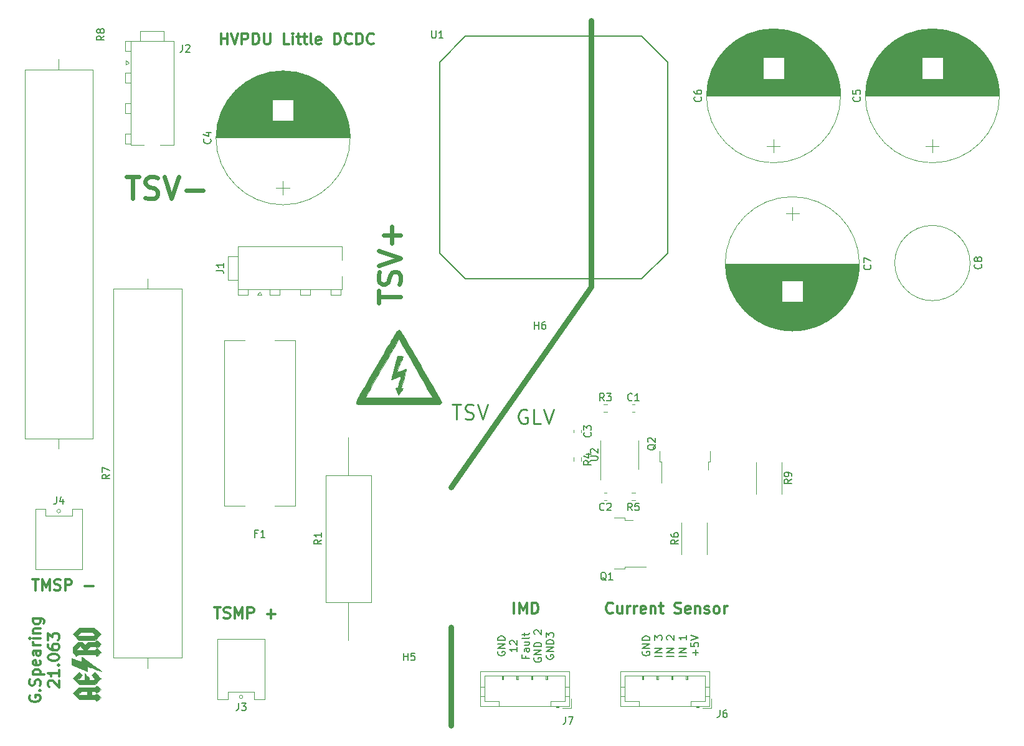
<source format=gbr>
%TF.GenerationSoftware,KiCad,Pcbnew,5.1.7-a382d34a8~88~ubuntu18.04.1*%
%TF.CreationDate,2021-03-18T09:15:53-04:00*%
%TF.ProjectId,HV_DCDC,48565f44-4344-4432-9e6b-696361645f70,rev?*%
%TF.SameCoordinates,Original*%
%TF.FileFunction,Legend,Top*%
%TF.FilePolarity,Positive*%
%FSLAX46Y46*%
G04 Gerber Fmt 4.6, Leading zero omitted, Abs format (unit mm)*
G04 Created by KiCad (PCBNEW 5.1.7-a382d34a8~88~ubuntu18.04.1) date 2021-03-18 09:15:53*
%MOMM*%
%LPD*%
G01*
G04 APERTURE LIST*
%ADD10C,0.150000*%
%ADD11C,0.300000*%
%ADD12C,0.250000*%
%ADD13C,0.800000*%
%ADD14C,0.600000*%
%ADD15C,0.010000*%
%ADD16C,0.120000*%
%ADD17C,0.180000*%
G04 APERTURE END LIST*
D10*
X156220000Y-111251904D02*
X156172380Y-111347142D01*
X156172380Y-111490000D01*
X156220000Y-111632857D01*
X156315238Y-111728095D01*
X156410476Y-111775714D01*
X156600952Y-111823333D01*
X156743809Y-111823333D01*
X156934285Y-111775714D01*
X157029523Y-111728095D01*
X157124761Y-111632857D01*
X157172380Y-111490000D01*
X157172380Y-111394761D01*
X157124761Y-111251904D01*
X157077142Y-111204285D01*
X156743809Y-111204285D01*
X156743809Y-111394761D01*
X157172380Y-110775714D02*
X156172380Y-110775714D01*
X157172380Y-110204285D01*
X156172380Y-110204285D01*
X157172380Y-109728095D02*
X156172380Y-109728095D01*
X156172380Y-109490000D01*
X156220000Y-109347142D01*
X156315238Y-109251904D01*
X156410476Y-109204285D01*
X156600952Y-109156666D01*
X156743809Y-109156666D01*
X156934285Y-109204285D01*
X157029523Y-109251904D01*
X157124761Y-109347142D01*
X157172380Y-109490000D01*
X157172380Y-109728095D01*
X158822380Y-111870952D02*
X157822380Y-111870952D01*
X158822380Y-111394761D02*
X157822380Y-111394761D01*
X158822380Y-110823333D01*
X157822380Y-110823333D01*
X157822380Y-109680476D02*
X157822380Y-109061428D01*
X158203333Y-109394761D01*
X158203333Y-109251904D01*
X158250952Y-109156666D01*
X158298571Y-109109047D01*
X158393809Y-109061428D01*
X158631904Y-109061428D01*
X158727142Y-109109047D01*
X158774761Y-109156666D01*
X158822380Y-109251904D01*
X158822380Y-109537619D01*
X158774761Y-109632857D01*
X158727142Y-109680476D01*
X160472380Y-111870952D02*
X159472380Y-111870952D01*
X160472380Y-111394761D02*
X159472380Y-111394761D01*
X160472380Y-110823333D01*
X159472380Y-110823333D01*
X159567619Y-109632857D02*
X159520000Y-109585238D01*
X159472380Y-109490000D01*
X159472380Y-109251904D01*
X159520000Y-109156666D01*
X159567619Y-109109047D01*
X159662857Y-109061428D01*
X159758095Y-109061428D01*
X159900952Y-109109047D01*
X160472380Y-109680476D01*
X160472380Y-109061428D01*
X162122380Y-111870952D02*
X161122380Y-111870952D01*
X162122380Y-111394761D02*
X161122380Y-111394761D01*
X162122380Y-110823333D01*
X161122380Y-110823333D01*
X162122380Y-109061428D02*
X162122380Y-109632857D01*
X162122380Y-109347142D02*
X161122380Y-109347142D01*
X161265238Y-109442380D01*
X161360476Y-109537619D01*
X161408095Y-109632857D01*
X163391428Y-111775714D02*
X163391428Y-111013809D01*
X163772380Y-111394761D02*
X163010476Y-111394761D01*
X162772380Y-110061428D02*
X162772380Y-110537619D01*
X163248571Y-110585238D01*
X163200952Y-110537619D01*
X163153333Y-110442380D01*
X163153333Y-110204285D01*
X163200952Y-110109047D01*
X163248571Y-110061428D01*
X163343809Y-110013809D01*
X163581904Y-110013809D01*
X163677142Y-110061428D01*
X163724761Y-110109047D01*
X163772380Y-110204285D01*
X163772380Y-110442380D01*
X163724761Y-110537619D01*
X163677142Y-110585238D01*
X162772380Y-109728095D02*
X163772380Y-109394761D01*
X162772380Y-109061428D01*
X136535000Y-111251904D02*
X136487380Y-111347142D01*
X136487380Y-111490000D01*
X136535000Y-111632857D01*
X136630238Y-111728095D01*
X136725476Y-111775714D01*
X136915952Y-111823333D01*
X137058809Y-111823333D01*
X137249285Y-111775714D01*
X137344523Y-111728095D01*
X137439761Y-111632857D01*
X137487380Y-111490000D01*
X137487380Y-111394761D01*
X137439761Y-111251904D01*
X137392142Y-111204285D01*
X137058809Y-111204285D01*
X137058809Y-111394761D01*
X137487380Y-110775714D02*
X136487380Y-110775714D01*
X137487380Y-110204285D01*
X136487380Y-110204285D01*
X137487380Y-109728095D02*
X136487380Y-109728095D01*
X136487380Y-109490000D01*
X136535000Y-109347142D01*
X136630238Y-109251904D01*
X136725476Y-109204285D01*
X136915952Y-109156666D01*
X137058809Y-109156666D01*
X137249285Y-109204285D01*
X137344523Y-109251904D01*
X137439761Y-109347142D01*
X137487380Y-109490000D01*
X137487380Y-109728095D01*
X139137380Y-110680476D02*
X139137380Y-111251904D01*
X139137380Y-110966190D02*
X138137380Y-110966190D01*
X138280238Y-111061428D01*
X138375476Y-111156666D01*
X138423095Y-111251904D01*
X138232619Y-110299523D02*
X138185000Y-110251904D01*
X138137380Y-110156666D01*
X138137380Y-109918571D01*
X138185000Y-109823333D01*
X138232619Y-109775714D01*
X138327857Y-109728095D01*
X138423095Y-109728095D01*
X138565952Y-109775714D01*
X139137380Y-110347142D01*
X139137380Y-109728095D01*
X140263571Y-111799523D02*
X140263571Y-112132857D01*
X140787380Y-112132857D02*
X139787380Y-112132857D01*
X139787380Y-111656666D01*
X140787380Y-110847142D02*
X140263571Y-110847142D01*
X140168333Y-110894761D01*
X140120714Y-110990000D01*
X140120714Y-111180476D01*
X140168333Y-111275714D01*
X140739761Y-110847142D02*
X140787380Y-110942380D01*
X140787380Y-111180476D01*
X140739761Y-111275714D01*
X140644523Y-111323333D01*
X140549285Y-111323333D01*
X140454047Y-111275714D01*
X140406428Y-111180476D01*
X140406428Y-110942380D01*
X140358809Y-110847142D01*
X140120714Y-109942380D02*
X140787380Y-109942380D01*
X140120714Y-110370952D02*
X140644523Y-110370952D01*
X140739761Y-110323333D01*
X140787380Y-110228095D01*
X140787380Y-110085238D01*
X140739761Y-109990000D01*
X140692142Y-109942380D01*
X140787380Y-109323333D02*
X140739761Y-109418571D01*
X140644523Y-109466190D01*
X139787380Y-109466190D01*
X140120714Y-109085238D02*
X140120714Y-108704285D01*
X139787380Y-108942380D02*
X140644523Y-108942380D01*
X140739761Y-108894761D01*
X140787380Y-108799523D01*
X140787380Y-108704285D01*
X141485000Y-112109047D02*
X141437380Y-112204285D01*
X141437380Y-112347142D01*
X141485000Y-112490000D01*
X141580238Y-112585238D01*
X141675476Y-112632857D01*
X141865952Y-112680476D01*
X142008809Y-112680476D01*
X142199285Y-112632857D01*
X142294523Y-112585238D01*
X142389761Y-112490000D01*
X142437380Y-112347142D01*
X142437380Y-112251904D01*
X142389761Y-112109047D01*
X142342142Y-112061428D01*
X142008809Y-112061428D01*
X142008809Y-112251904D01*
X142437380Y-111632857D02*
X141437380Y-111632857D01*
X142437380Y-111061428D01*
X141437380Y-111061428D01*
X142437380Y-110585238D02*
X141437380Y-110585238D01*
X141437380Y-110347142D01*
X141485000Y-110204285D01*
X141580238Y-110109047D01*
X141675476Y-110061428D01*
X141865952Y-110013809D01*
X142008809Y-110013809D01*
X142199285Y-110061428D01*
X142294523Y-110109047D01*
X142389761Y-110204285D01*
X142437380Y-110347142D01*
X142437380Y-110585238D01*
X141532619Y-108870952D02*
X141485000Y-108823333D01*
X141437380Y-108728095D01*
X141437380Y-108490000D01*
X141485000Y-108394761D01*
X141532619Y-108347142D01*
X141627857Y-108299523D01*
X141723095Y-108299523D01*
X141865952Y-108347142D01*
X142437380Y-108918571D01*
X142437380Y-108299523D01*
X143135000Y-111728095D02*
X143087380Y-111823333D01*
X143087380Y-111966190D01*
X143135000Y-112109047D01*
X143230238Y-112204285D01*
X143325476Y-112251904D01*
X143515952Y-112299523D01*
X143658809Y-112299523D01*
X143849285Y-112251904D01*
X143944523Y-112204285D01*
X144039761Y-112109047D01*
X144087380Y-111966190D01*
X144087380Y-111870952D01*
X144039761Y-111728095D01*
X143992142Y-111680476D01*
X143658809Y-111680476D01*
X143658809Y-111870952D01*
X144087380Y-111251904D02*
X143087380Y-111251904D01*
X144087380Y-110680476D01*
X143087380Y-110680476D01*
X144087380Y-110204285D02*
X143087380Y-110204285D01*
X143087380Y-109966190D01*
X143135000Y-109823333D01*
X143230238Y-109728095D01*
X143325476Y-109680476D01*
X143515952Y-109632857D01*
X143658809Y-109632857D01*
X143849285Y-109680476D01*
X143944523Y-109728095D01*
X144039761Y-109823333D01*
X144087380Y-109966190D01*
X144087380Y-110204285D01*
X143087380Y-109299523D02*
X143087380Y-108680476D01*
X143468333Y-109013809D01*
X143468333Y-108870952D01*
X143515952Y-108775714D01*
X143563571Y-108728095D01*
X143658809Y-108680476D01*
X143896904Y-108680476D01*
X143992142Y-108728095D01*
X144039761Y-108775714D01*
X144087380Y-108870952D01*
X144087380Y-109156666D01*
X144039761Y-109251904D01*
X143992142Y-109299523D01*
D11*
X152135000Y-105945714D02*
X152063571Y-106017142D01*
X151849285Y-106088571D01*
X151706428Y-106088571D01*
X151492142Y-106017142D01*
X151349285Y-105874285D01*
X151277857Y-105731428D01*
X151206428Y-105445714D01*
X151206428Y-105231428D01*
X151277857Y-104945714D01*
X151349285Y-104802857D01*
X151492142Y-104660000D01*
X151706428Y-104588571D01*
X151849285Y-104588571D01*
X152063571Y-104660000D01*
X152135000Y-104731428D01*
X153420714Y-105088571D02*
X153420714Y-106088571D01*
X152777857Y-105088571D02*
X152777857Y-105874285D01*
X152849285Y-106017142D01*
X152992142Y-106088571D01*
X153206428Y-106088571D01*
X153349285Y-106017142D01*
X153420714Y-105945714D01*
X154135000Y-106088571D02*
X154135000Y-105088571D01*
X154135000Y-105374285D02*
X154206428Y-105231428D01*
X154277857Y-105160000D01*
X154420714Y-105088571D01*
X154563571Y-105088571D01*
X155063571Y-106088571D02*
X155063571Y-105088571D01*
X155063571Y-105374285D02*
X155135000Y-105231428D01*
X155206428Y-105160000D01*
X155349285Y-105088571D01*
X155492142Y-105088571D01*
X156563571Y-106017142D02*
X156420714Y-106088571D01*
X156135000Y-106088571D01*
X155992142Y-106017142D01*
X155920714Y-105874285D01*
X155920714Y-105302857D01*
X155992142Y-105160000D01*
X156135000Y-105088571D01*
X156420714Y-105088571D01*
X156563571Y-105160000D01*
X156635000Y-105302857D01*
X156635000Y-105445714D01*
X155920714Y-105588571D01*
X157277857Y-105088571D02*
X157277857Y-106088571D01*
X157277857Y-105231428D02*
X157349285Y-105160000D01*
X157492142Y-105088571D01*
X157706428Y-105088571D01*
X157849285Y-105160000D01*
X157920714Y-105302857D01*
X157920714Y-106088571D01*
X158420714Y-105088571D02*
X158992142Y-105088571D01*
X158635000Y-104588571D02*
X158635000Y-105874285D01*
X158706428Y-106017142D01*
X158849285Y-106088571D01*
X158992142Y-106088571D01*
X160563571Y-106017142D02*
X160777857Y-106088571D01*
X161135000Y-106088571D01*
X161277857Y-106017142D01*
X161349285Y-105945714D01*
X161420714Y-105802857D01*
X161420714Y-105660000D01*
X161349285Y-105517142D01*
X161277857Y-105445714D01*
X161135000Y-105374285D01*
X160849285Y-105302857D01*
X160706428Y-105231428D01*
X160635000Y-105160000D01*
X160563571Y-105017142D01*
X160563571Y-104874285D01*
X160635000Y-104731428D01*
X160706428Y-104660000D01*
X160849285Y-104588571D01*
X161206428Y-104588571D01*
X161420714Y-104660000D01*
X162635000Y-106017142D02*
X162492142Y-106088571D01*
X162206428Y-106088571D01*
X162063571Y-106017142D01*
X161992142Y-105874285D01*
X161992142Y-105302857D01*
X162063571Y-105160000D01*
X162206428Y-105088571D01*
X162492142Y-105088571D01*
X162635000Y-105160000D01*
X162706428Y-105302857D01*
X162706428Y-105445714D01*
X161992142Y-105588571D01*
X163349285Y-105088571D02*
X163349285Y-106088571D01*
X163349285Y-105231428D02*
X163420714Y-105160000D01*
X163563571Y-105088571D01*
X163777857Y-105088571D01*
X163920714Y-105160000D01*
X163992142Y-105302857D01*
X163992142Y-106088571D01*
X164635000Y-106017142D02*
X164777857Y-106088571D01*
X165063571Y-106088571D01*
X165206428Y-106017142D01*
X165277857Y-105874285D01*
X165277857Y-105802857D01*
X165206428Y-105660000D01*
X165063571Y-105588571D01*
X164849285Y-105588571D01*
X164706428Y-105517142D01*
X164635000Y-105374285D01*
X164635000Y-105302857D01*
X164706428Y-105160000D01*
X164849285Y-105088571D01*
X165063571Y-105088571D01*
X165206428Y-105160000D01*
X166135000Y-106088571D02*
X165992142Y-106017142D01*
X165920714Y-105945714D01*
X165849285Y-105802857D01*
X165849285Y-105374285D01*
X165920714Y-105231428D01*
X165992142Y-105160000D01*
X166135000Y-105088571D01*
X166349285Y-105088571D01*
X166492142Y-105160000D01*
X166563571Y-105231428D01*
X166635000Y-105374285D01*
X166635000Y-105802857D01*
X166563571Y-105945714D01*
X166492142Y-106017142D01*
X166349285Y-106088571D01*
X166135000Y-106088571D01*
X167277857Y-106088571D02*
X167277857Y-105088571D01*
X167277857Y-105374285D02*
X167349285Y-105231428D01*
X167420714Y-105160000D01*
X167563571Y-105088571D01*
X167706428Y-105088571D01*
X138727857Y-106088571D02*
X138727857Y-104588571D01*
X139442142Y-106088571D02*
X139442142Y-104588571D01*
X139942142Y-105660000D01*
X140442142Y-104588571D01*
X140442142Y-106088571D01*
X141156428Y-106088571D02*
X141156428Y-104588571D01*
X141513571Y-104588571D01*
X141727857Y-104660000D01*
X141870714Y-104802857D01*
X141942142Y-104945714D01*
X142013571Y-105231428D01*
X142013571Y-105445714D01*
X141942142Y-105731428D01*
X141870714Y-105874285D01*
X141727857Y-106017142D01*
X141513571Y-106088571D01*
X141156428Y-106088571D01*
X73220000Y-101413571D02*
X74077142Y-101413571D01*
X73648571Y-102913571D02*
X73648571Y-101413571D01*
X74577142Y-102913571D02*
X74577142Y-101413571D01*
X75077142Y-102485000D01*
X75577142Y-101413571D01*
X75577142Y-102913571D01*
X76220000Y-102842142D02*
X76434285Y-102913571D01*
X76791428Y-102913571D01*
X76934285Y-102842142D01*
X77005714Y-102770714D01*
X77077142Y-102627857D01*
X77077142Y-102485000D01*
X77005714Y-102342142D01*
X76934285Y-102270714D01*
X76791428Y-102199285D01*
X76505714Y-102127857D01*
X76362857Y-102056428D01*
X76291428Y-101985000D01*
X76220000Y-101842142D01*
X76220000Y-101699285D01*
X76291428Y-101556428D01*
X76362857Y-101485000D01*
X76505714Y-101413571D01*
X76862857Y-101413571D01*
X77077142Y-101485000D01*
X77720000Y-102913571D02*
X77720000Y-101413571D01*
X78291428Y-101413571D01*
X78434285Y-101485000D01*
X78505714Y-101556428D01*
X78577142Y-101699285D01*
X78577142Y-101913571D01*
X78505714Y-102056428D01*
X78434285Y-102127857D01*
X78291428Y-102199285D01*
X77720000Y-102199285D01*
X80362857Y-102342142D02*
X81505714Y-102342142D01*
X97985000Y-105223571D02*
X98842142Y-105223571D01*
X98413571Y-106723571D02*
X98413571Y-105223571D01*
X99270714Y-106652142D02*
X99485000Y-106723571D01*
X99842142Y-106723571D01*
X99985000Y-106652142D01*
X100056428Y-106580714D01*
X100127857Y-106437857D01*
X100127857Y-106295000D01*
X100056428Y-106152142D01*
X99985000Y-106080714D01*
X99842142Y-106009285D01*
X99556428Y-105937857D01*
X99413571Y-105866428D01*
X99342142Y-105795000D01*
X99270714Y-105652142D01*
X99270714Y-105509285D01*
X99342142Y-105366428D01*
X99413571Y-105295000D01*
X99556428Y-105223571D01*
X99913571Y-105223571D01*
X100127857Y-105295000D01*
X100770714Y-106723571D02*
X100770714Y-105223571D01*
X101270714Y-106295000D01*
X101770714Y-105223571D01*
X101770714Y-106723571D01*
X102485000Y-106723571D02*
X102485000Y-105223571D01*
X103056428Y-105223571D01*
X103199285Y-105295000D01*
X103270714Y-105366428D01*
X103342142Y-105509285D01*
X103342142Y-105723571D01*
X103270714Y-105866428D01*
X103199285Y-105937857D01*
X103056428Y-106009285D01*
X102485000Y-106009285D01*
X105127857Y-106152142D02*
X106270714Y-106152142D01*
X105699285Y-106723571D02*
X105699285Y-105580714D01*
X72905000Y-117252142D02*
X72833571Y-117395000D01*
X72833571Y-117609285D01*
X72905000Y-117823571D01*
X73047857Y-117966428D01*
X73190714Y-118037857D01*
X73476428Y-118109285D01*
X73690714Y-118109285D01*
X73976428Y-118037857D01*
X74119285Y-117966428D01*
X74262142Y-117823571D01*
X74333571Y-117609285D01*
X74333571Y-117466428D01*
X74262142Y-117252142D01*
X74190714Y-117180714D01*
X73690714Y-117180714D01*
X73690714Y-117466428D01*
X74190714Y-116537857D02*
X74262142Y-116466428D01*
X74333571Y-116537857D01*
X74262142Y-116609285D01*
X74190714Y-116537857D01*
X74333571Y-116537857D01*
X74262142Y-115895000D02*
X74333571Y-115680714D01*
X74333571Y-115323571D01*
X74262142Y-115180714D01*
X74190714Y-115109285D01*
X74047857Y-115037857D01*
X73905000Y-115037857D01*
X73762142Y-115109285D01*
X73690714Y-115180714D01*
X73619285Y-115323571D01*
X73547857Y-115609285D01*
X73476428Y-115752142D01*
X73405000Y-115823571D01*
X73262142Y-115895000D01*
X73119285Y-115895000D01*
X72976428Y-115823571D01*
X72905000Y-115752142D01*
X72833571Y-115609285D01*
X72833571Y-115252142D01*
X72905000Y-115037857D01*
X73333571Y-114395000D02*
X74833571Y-114395000D01*
X73405000Y-114395000D02*
X73333571Y-114252142D01*
X73333571Y-113966428D01*
X73405000Y-113823571D01*
X73476428Y-113752142D01*
X73619285Y-113680714D01*
X74047857Y-113680714D01*
X74190714Y-113752142D01*
X74262142Y-113823571D01*
X74333571Y-113966428D01*
X74333571Y-114252142D01*
X74262142Y-114395000D01*
X74262142Y-112466428D02*
X74333571Y-112609285D01*
X74333571Y-112895000D01*
X74262142Y-113037857D01*
X74119285Y-113109285D01*
X73547857Y-113109285D01*
X73405000Y-113037857D01*
X73333571Y-112895000D01*
X73333571Y-112609285D01*
X73405000Y-112466428D01*
X73547857Y-112395000D01*
X73690714Y-112395000D01*
X73833571Y-113109285D01*
X74333571Y-111109285D02*
X73547857Y-111109285D01*
X73405000Y-111180714D01*
X73333571Y-111323571D01*
X73333571Y-111609285D01*
X73405000Y-111752142D01*
X74262142Y-111109285D02*
X74333571Y-111252142D01*
X74333571Y-111609285D01*
X74262142Y-111752142D01*
X74119285Y-111823571D01*
X73976428Y-111823571D01*
X73833571Y-111752142D01*
X73762142Y-111609285D01*
X73762142Y-111252142D01*
X73690714Y-111109285D01*
X74333571Y-110395000D02*
X73333571Y-110395000D01*
X73619285Y-110395000D02*
X73476428Y-110323571D01*
X73405000Y-110252142D01*
X73333571Y-110109285D01*
X73333571Y-109966428D01*
X74333571Y-109466428D02*
X73333571Y-109466428D01*
X72833571Y-109466428D02*
X72905000Y-109537857D01*
X72976428Y-109466428D01*
X72905000Y-109395000D01*
X72833571Y-109466428D01*
X72976428Y-109466428D01*
X73333571Y-108752142D02*
X74333571Y-108752142D01*
X73476428Y-108752142D02*
X73405000Y-108680714D01*
X73333571Y-108537857D01*
X73333571Y-108323571D01*
X73405000Y-108180714D01*
X73547857Y-108109285D01*
X74333571Y-108109285D01*
X73333571Y-106752142D02*
X74547857Y-106752142D01*
X74690714Y-106823571D01*
X74762142Y-106895000D01*
X74833571Y-107037857D01*
X74833571Y-107252142D01*
X74762142Y-107395000D01*
X74262142Y-106752142D02*
X74333571Y-106895000D01*
X74333571Y-107180714D01*
X74262142Y-107323571D01*
X74190714Y-107395000D01*
X74047857Y-107466428D01*
X73619285Y-107466428D01*
X73476428Y-107395000D01*
X73405000Y-107323571D01*
X73333571Y-107180714D01*
X73333571Y-106895000D01*
X73405000Y-106752142D01*
X75526428Y-116037857D02*
X75455000Y-115966428D01*
X75383571Y-115823571D01*
X75383571Y-115466428D01*
X75455000Y-115323571D01*
X75526428Y-115252142D01*
X75669285Y-115180714D01*
X75812142Y-115180714D01*
X76026428Y-115252142D01*
X76883571Y-116109285D01*
X76883571Y-115180714D01*
X76883571Y-113752142D02*
X76883571Y-114609285D01*
X76883571Y-114180714D02*
X75383571Y-114180714D01*
X75597857Y-114323571D01*
X75740714Y-114466428D01*
X75812142Y-114609285D01*
X76740714Y-113109285D02*
X76812142Y-113037857D01*
X76883571Y-113109285D01*
X76812142Y-113180714D01*
X76740714Y-113109285D01*
X76883571Y-113109285D01*
X75383571Y-112109285D02*
X75383571Y-111966428D01*
X75455000Y-111823571D01*
X75526428Y-111752142D01*
X75669285Y-111680714D01*
X75955000Y-111609285D01*
X76312142Y-111609285D01*
X76597857Y-111680714D01*
X76740714Y-111752142D01*
X76812142Y-111823571D01*
X76883571Y-111966428D01*
X76883571Y-112109285D01*
X76812142Y-112252142D01*
X76740714Y-112323571D01*
X76597857Y-112395000D01*
X76312142Y-112466428D01*
X75955000Y-112466428D01*
X75669285Y-112395000D01*
X75526428Y-112323571D01*
X75455000Y-112252142D01*
X75383571Y-112109285D01*
X75383571Y-110323571D02*
X75383571Y-110609285D01*
X75455000Y-110752142D01*
X75526428Y-110823571D01*
X75740714Y-110966428D01*
X76026428Y-111037857D01*
X76597857Y-111037857D01*
X76740714Y-110966428D01*
X76812142Y-110895000D01*
X76883571Y-110752142D01*
X76883571Y-110466428D01*
X76812142Y-110323571D01*
X76740714Y-110252142D01*
X76597857Y-110180714D01*
X76240714Y-110180714D01*
X76097857Y-110252142D01*
X76026428Y-110323571D01*
X75955000Y-110466428D01*
X75955000Y-110752142D01*
X76026428Y-110895000D01*
X76097857Y-110966428D01*
X76240714Y-111037857D01*
X75383571Y-109680714D02*
X75383571Y-108752142D01*
X75955000Y-109252142D01*
X75955000Y-109037857D01*
X76026428Y-108895000D01*
X76097857Y-108823571D01*
X76240714Y-108752142D01*
X76597857Y-108752142D01*
X76740714Y-108823571D01*
X76812142Y-108895000D01*
X76883571Y-109037857D01*
X76883571Y-109466428D01*
X76812142Y-109609285D01*
X76740714Y-109680714D01*
X98862857Y-28618571D02*
X98862857Y-27118571D01*
X98862857Y-27832857D02*
X99720000Y-27832857D01*
X99720000Y-28618571D02*
X99720000Y-27118571D01*
X100220000Y-27118571D02*
X100720000Y-28618571D01*
X101220000Y-27118571D01*
X101720000Y-28618571D02*
X101720000Y-27118571D01*
X102291428Y-27118571D01*
X102434285Y-27190000D01*
X102505714Y-27261428D01*
X102577142Y-27404285D01*
X102577142Y-27618571D01*
X102505714Y-27761428D01*
X102434285Y-27832857D01*
X102291428Y-27904285D01*
X101720000Y-27904285D01*
X103220000Y-28618571D02*
X103220000Y-27118571D01*
X103577142Y-27118571D01*
X103791428Y-27190000D01*
X103934285Y-27332857D01*
X104005714Y-27475714D01*
X104077142Y-27761428D01*
X104077142Y-27975714D01*
X104005714Y-28261428D01*
X103934285Y-28404285D01*
X103791428Y-28547142D01*
X103577142Y-28618571D01*
X103220000Y-28618571D01*
X104720000Y-27118571D02*
X104720000Y-28332857D01*
X104791428Y-28475714D01*
X104862857Y-28547142D01*
X105005714Y-28618571D01*
X105291428Y-28618571D01*
X105434285Y-28547142D01*
X105505714Y-28475714D01*
X105577142Y-28332857D01*
X105577142Y-27118571D01*
X108148571Y-28618571D02*
X107434285Y-28618571D01*
X107434285Y-27118571D01*
X108648571Y-28618571D02*
X108648571Y-27618571D01*
X108648571Y-27118571D02*
X108577142Y-27190000D01*
X108648571Y-27261428D01*
X108720000Y-27190000D01*
X108648571Y-27118571D01*
X108648571Y-27261428D01*
X109148571Y-27618571D02*
X109720000Y-27618571D01*
X109362857Y-27118571D02*
X109362857Y-28404285D01*
X109434285Y-28547142D01*
X109577142Y-28618571D01*
X109720000Y-28618571D01*
X110005714Y-27618571D02*
X110577142Y-27618571D01*
X110220000Y-27118571D02*
X110220000Y-28404285D01*
X110291428Y-28547142D01*
X110434285Y-28618571D01*
X110577142Y-28618571D01*
X111291428Y-28618571D02*
X111148571Y-28547142D01*
X111077142Y-28404285D01*
X111077142Y-27118571D01*
X112434285Y-28547142D02*
X112291428Y-28618571D01*
X112005714Y-28618571D01*
X111862857Y-28547142D01*
X111791428Y-28404285D01*
X111791428Y-27832857D01*
X111862857Y-27690000D01*
X112005714Y-27618571D01*
X112291428Y-27618571D01*
X112434285Y-27690000D01*
X112505714Y-27832857D01*
X112505714Y-27975714D01*
X111791428Y-28118571D01*
X114291428Y-28618571D02*
X114291428Y-27118571D01*
X114648571Y-27118571D01*
X114862857Y-27190000D01*
X115005714Y-27332857D01*
X115077142Y-27475714D01*
X115148571Y-27761428D01*
X115148571Y-27975714D01*
X115077142Y-28261428D01*
X115005714Y-28404285D01*
X114862857Y-28547142D01*
X114648571Y-28618571D01*
X114291428Y-28618571D01*
X116648571Y-28475714D02*
X116577142Y-28547142D01*
X116362857Y-28618571D01*
X116220000Y-28618571D01*
X116005714Y-28547142D01*
X115862857Y-28404285D01*
X115791428Y-28261428D01*
X115720000Y-27975714D01*
X115720000Y-27761428D01*
X115791428Y-27475714D01*
X115862857Y-27332857D01*
X116005714Y-27190000D01*
X116220000Y-27118571D01*
X116362857Y-27118571D01*
X116577142Y-27190000D01*
X116648571Y-27261428D01*
X117291428Y-28618571D02*
X117291428Y-27118571D01*
X117648571Y-27118571D01*
X117862857Y-27190000D01*
X118005714Y-27332857D01*
X118077142Y-27475714D01*
X118148571Y-27761428D01*
X118148571Y-27975714D01*
X118077142Y-28261428D01*
X118005714Y-28404285D01*
X117862857Y-28547142D01*
X117648571Y-28618571D01*
X117291428Y-28618571D01*
X119648571Y-28475714D02*
X119577142Y-28547142D01*
X119362857Y-28618571D01*
X119220000Y-28618571D01*
X119005714Y-28547142D01*
X118862857Y-28404285D01*
X118791428Y-28261428D01*
X118720000Y-27975714D01*
X118720000Y-27761428D01*
X118791428Y-27475714D01*
X118862857Y-27332857D01*
X119005714Y-27190000D01*
X119220000Y-27118571D01*
X119362857Y-27118571D01*
X119577142Y-27190000D01*
X119648571Y-27261428D01*
D12*
X140462142Y-78375000D02*
X140271666Y-78279761D01*
X139985952Y-78279761D01*
X139700238Y-78375000D01*
X139509761Y-78565476D01*
X139414523Y-78755952D01*
X139319285Y-79136904D01*
X139319285Y-79422619D01*
X139414523Y-79803571D01*
X139509761Y-79994047D01*
X139700238Y-80184523D01*
X139985952Y-80279761D01*
X140176428Y-80279761D01*
X140462142Y-80184523D01*
X140557380Y-80089285D01*
X140557380Y-79422619D01*
X140176428Y-79422619D01*
X142366904Y-80279761D02*
X141414523Y-80279761D01*
X141414523Y-78279761D01*
X142747857Y-78279761D02*
X143414523Y-80279761D01*
X144081190Y-78279761D01*
X130334047Y-77644761D02*
X131476904Y-77644761D01*
X130905476Y-79644761D02*
X130905476Y-77644761D01*
X132048333Y-79549523D02*
X132334047Y-79644761D01*
X132810238Y-79644761D01*
X133000714Y-79549523D01*
X133095952Y-79454285D01*
X133191190Y-79263809D01*
X133191190Y-79073333D01*
X133095952Y-78882857D01*
X133000714Y-78787619D01*
X132810238Y-78692380D01*
X132429285Y-78597142D01*
X132238809Y-78501904D01*
X132143571Y-78406666D01*
X132048333Y-78216190D01*
X132048333Y-78025714D01*
X132143571Y-77835238D01*
X132238809Y-77740000D01*
X132429285Y-77644761D01*
X132905476Y-77644761D01*
X133191190Y-77740000D01*
X133762619Y-77644761D02*
X134429285Y-79644761D01*
X135095952Y-77644761D01*
D13*
X149225000Y-61595000D02*
X149225000Y-25400000D01*
X130175000Y-88900000D02*
X149225000Y-61595000D01*
X130175000Y-121285000D02*
X130175000Y-107950000D01*
D14*
X86011428Y-46617142D02*
X87725714Y-46617142D01*
X86868571Y-49617142D02*
X86868571Y-46617142D01*
X88582857Y-49474285D02*
X89011428Y-49617142D01*
X89725714Y-49617142D01*
X90011428Y-49474285D01*
X90154285Y-49331428D01*
X90297142Y-49045714D01*
X90297142Y-48760000D01*
X90154285Y-48474285D01*
X90011428Y-48331428D01*
X89725714Y-48188571D01*
X89154285Y-48045714D01*
X88868571Y-47902857D01*
X88725714Y-47760000D01*
X88582857Y-47474285D01*
X88582857Y-47188571D01*
X88725714Y-46902857D01*
X88868571Y-46760000D01*
X89154285Y-46617142D01*
X89868571Y-46617142D01*
X90297142Y-46760000D01*
X91154285Y-46617142D02*
X92154285Y-49617142D01*
X93154285Y-46617142D01*
X94154285Y-48474285D02*
X96440000Y-48474285D01*
X120277142Y-63848571D02*
X120277142Y-62134285D01*
X123277142Y-62991428D02*
X120277142Y-62991428D01*
X123134285Y-61277142D02*
X123277142Y-60848571D01*
X123277142Y-60134285D01*
X123134285Y-59848571D01*
X122991428Y-59705714D01*
X122705714Y-59562857D01*
X122420000Y-59562857D01*
X122134285Y-59705714D01*
X121991428Y-59848571D01*
X121848571Y-60134285D01*
X121705714Y-60705714D01*
X121562857Y-60991428D01*
X121420000Y-61134285D01*
X121134285Y-61277142D01*
X120848571Y-61277142D01*
X120562857Y-61134285D01*
X120420000Y-60991428D01*
X120277142Y-60705714D01*
X120277142Y-59991428D01*
X120420000Y-59562857D01*
X120277142Y-58705714D02*
X123277142Y-57705714D01*
X120277142Y-56705714D01*
X122134285Y-55705714D02*
X122134285Y-53420000D01*
X123277142Y-54562857D02*
X120991428Y-54562857D01*
D15*
%TO.C,G\u002A\u002A\u002A*%
G36*
X79141976Y-108439354D02*
G01*
X79560936Y-108019908D01*
X81659130Y-108019908D01*
X82532556Y-108894242D01*
X82141968Y-109284323D01*
X81751381Y-109674403D01*
X81563240Y-109674403D01*
X81563240Y-109091834D01*
X81640422Y-109017027D01*
X81717604Y-108942219D01*
X81560597Y-108783999D01*
X81403589Y-108625779D01*
X79840181Y-108625779D01*
X79608027Y-108858807D01*
X79375874Y-109091834D01*
X81563240Y-109091834D01*
X81563240Y-109674403D01*
X79537620Y-109674403D01*
X79130318Y-109266602D01*
X78723015Y-108858800D01*
X79141976Y-108439354D01*
G37*
X79141976Y-108439354D02*
X79560936Y-108019908D01*
X81659130Y-108019908D01*
X82532556Y-108894242D01*
X82141968Y-109284323D01*
X81751381Y-109674403D01*
X81563240Y-109674403D01*
X81563240Y-109091834D01*
X81640422Y-109017027D01*
X81717604Y-108942219D01*
X81560597Y-108783999D01*
X81403589Y-108625779D01*
X79840181Y-108625779D01*
X79608027Y-108858807D01*
X79375874Y-109091834D01*
X81563240Y-109091834D01*
X81563240Y-109674403D01*
X79537620Y-109674403D01*
X79130318Y-109266602D01*
X78723015Y-108858800D01*
X79141976Y-108439354D01*
G36*
X79398886Y-109977339D02*
G01*
X80003252Y-109977339D01*
X80411998Y-110384191D01*
X80627974Y-110169114D01*
X80843949Y-109954036D01*
X81750415Y-109954036D01*
X81873826Y-109832159D01*
X81997236Y-109710281D01*
X82265008Y-109978053D01*
X82532779Y-110245825D01*
X82008211Y-110768535D01*
X81751881Y-110538623D01*
X81448547Y-110537614D01*
X81145214Y-110536605D01*
X80889679Y-110792935D01*
X80634143Y-111049266D01*
X81776935Y-111049266D01*
X81891951Y-110932495D01*
X82006966Y-110815724D01*
X82269744Y-111077757D01*
X82358933Y-111167591D01*
X82435151Y-111246075D01*
X82492811Y-111307318D01*
X82526323Y-111345424D01*
X82532523Y-111354856D01*
X82516520Y-111375267D01*
X82472324Y-111421859D01*
X82405657Y-111488844D01*
X82322241Y-111570434D01*
X82265528Y-111624949D01*
X81998533Y-111879977D01*
X81876003Y-111755906D01*
X81753473Y-111631834D01*
X80330184Y-111631834D01*
X80330184Y-111095871D01*
X80033188Y-110798875D01*
X79736193Y-110501879D01*
X79142201Y-111095871D01*
X80330184Y-111095871D01*
X80330184Y-111631834D01*
X79469562Y-111631834D01*
X79334749Y-111765241D01*
X79199935Y-111898648D01*
X78967055Y-111666642D01*
X78734174Y-111434635D01*
X78734174Y-110640865D01*
X79398886Y-109977339D01*
G37*
X79398886Y-109977339D02*
X80003252Y-109977339D01*
X80411998Y-110384191D01*
X80627974Y-110169114D01*
X80843949Y-109954036D01*
X81750415Y-109954036D01*
X81873826Y-109832159D01*
X81997236Y-109710281D01*
X82265008Y-109978053D01*
X82532779Y-110245825D01*
X82008211Y-110768535D01*
X81751881Y-110538623D01*
X81448547Y-110537614D01*
X81145214Y-110536605D01*
X80889679Y-110792935D01*
X80634143Y-111049266D01*
X81776935Y-111049266D01*
X81891951Y-110932495D01*
X82006966Y-110815724D01*
X82269744Y-111077757D01*
X82358933Y-111167591D01*
X82435151Y-111246075D01*
X82492811Y-111307318D01*
X82526323Y-111345424D01*
X82532523Y-111354856D01*
X82516520Y-111375267D01*
X82472324Y-111421859D01*
X82405657Y-111488844D01*
X82322241Y-111570434D01*
X82265528Y-111624949D01*
X81998533Y-111879977D01*
X81876003Y-111755906D01*
X81753473Y-111631834D01*
X80330184Y-111631834D01*
X80330184Y-111095871D01*
X80033188Y-110798875D01*
X79736193Y-110501879D01*
X79142201Y-111095871D01*
X80330184Y-111095871D01*
X80330184Y-111631834D01*
X79469562Y-111631834D01*
X79334749Y-111765241D01*
X79199935Y-111898648D01*
X78967055Y-111666642D01*
X78734174Y-111434635D01*
X78734174Y-110640865D01*
X79398886Y-109977339D01*
G36*
X79170140Y-114446608D02*
G01*
X79596151Y-114021063D01*
X79817719Y-114241710D01*
X80039287Y-114462356D01*
X79398927Y-115103944D01*
X80367316Y-115103944D01*
X80353716Y-114219008D01*
X80639174Y-114503833D01*
X80924633Y-114788658D01*
X80924633Y-115103944D01*
X81598041Y-115103944D01*
X81661396Y-115020882D01*
X81724750Y-114937820D01*
X81251112Y-114462564D01*
X81671556Y-114042120D01*
X82102039Y-114474776D01*
X82217280Y-114591006D01*
X82320877Y-114696275D01*
X82408512Y-114786130D01*
X82475866Y-114856120D01*
X82518621Y-114901792D01*
X82532523Y-114918568D01*
X82516751Y-114937491D01*
X82472522Y-114984481D01*
X82404462Y-115054781D01*
X82317199Y-115143633D01*
X82215361Y-115246280D01*
X82153596Y-115308108D01*
X81774669Y-115686513D01*
X79563062Y-115686513D01*
X79153596Y-115279333D01*
X78744129Y-114872152D01*
X79170140Y-114446608D01*
G37*
X79170140Y-114446608D02*
X79596151Y-114021063D01*
X79817719Y-114241710D01*
X80039287Y-114462356D01*
X79398927Y-115103944D01*
X80367316Y-115103944D01*
X80353716Y-114219008D01*
X80639174Y-114503833D01*
X80924633Y-114788658D01*
X80924633Y-115103944D01*
X81598041Y-115103944D01*
X81661396Y-115020882D01*
X81724750Y-114937820D01*
X81251112Y-114462564D01*
X81671556Y-114042120D01*
X82102039Y-114474776D01*
X82217280Y-114591006D01*
X82320877Y-114696275D01*
X82408512Y-114786130D01*
X82475866Y-114856120D01*
X82518621Y-114901792D01*
X82532523Y-114918568D01*
X82516751Y-114937491D01*
X82472522Y-114984481D01*
X82404462Y-115054781D01*
X82317199Y-115143633D01*
X82215361Y-115246280D01*
X82153596Y-115308108D01*
X81774669Y-115686513D01*
X79563062Y-115686513D01*
X79153596Y-115279333D01*
X78744129Y-114872152D01*
X79170140Y-114446608D01*
G36*
X79136377Y-116507698D02*
G01*
X79538605Y-116105963D01*
X81750415Y-116105963D01*
X81873826Y-115984085D01*
X81997236Y-115862208D01*
X82265008Y-116129980D01*
X82532779Y-116397752D01*
X81996979Y-116932032D01*
X81750415Y-116688532D01*
X81274174Y-116688532D01*
X81274174Y-117201192D01*
X81750415Y-117201192D01*
X81873826Y-117079315D01*
X81997236Y-116957437D01*
X82265008Y-117225209D01*
X82532779Y-117492981D01*
X81996979Y-118027261D01*
X81750415Y-117783761D01*
X80668303Y-117783761D01*
X80668303Y-117201192D01*
X80668303Y-116688532D01*
X79909668Y-116688532D01*
X79642334Y-116943681D01*
X79375000Y-117198831D01*
X80021651Y-117200011D01*
X80668303Y-117201192D01*
X80668303Y-117783761D01*
X79607567Y-117783761D01*
X79170858Y-117346597D01*
X78734149Y-116909434D01*
X79136377Y-116507698D01*
G37*
X79136377Y-116507698D02*
X79538605Y-116105963D01*
X81750415Y-116105963D01*
X81873826Y-115984085D01*
X81997236Y-115862208D01*
X82265008Y-116129980D01*
X82532779Y-116397752D01*
X81996979Y-116932032D01*
X81750415Y-116688532D01*
X81274174Y-116688532D01*
X81274174Y-117201192D01*
X81750415Y-117201192D01*
X81873826Y-117079315D01*
X81997236Y-116957437D01*
X82265008Y-117225209D01*
X82532779Y-117492981D01*
X81996979Y-118027261D01*
X81750415Y-117783761D01*
X80668303Y-117783761D01*
X80668303Y-117201192D01*
X80668303Y-116688532D01*
X79909668Y-116688532D01*
X79642334Y-116943681D01*
X79375000Y-117198831D01*
X80021651Y-117200011D01*
X80668303Y-117201192D01*
X80668303Y-117783761D01*
X79607567Y-117783761D01*
X79170858Y-117346597D01*
X78734149Y-116909434D01*
X79136377Y-116507698D01*
G36*
X79270138Y-112435779D02*
G01*
X79922615Y-112675032D01*
X79922615Y-112312941D01*
X79922894Y-112176356D01*
X79924236Y-112080317D01*
X79927399Y-112018767D01*
X79933143Y-111985648D01*
X79942225Y-111974902D01*
X79955403Y-111980471D01*
X79963394Y-111987150D01*
X79987919Y-112005801D01*
X80046574Y-112048904D01*
X80135611Y-112113760D01*
X80251280Y-112197670D01*
X80389830Y-112297939D01*
X80547511Y-112411866D01*
X80720575Y-112536754D01*
X80905270Y-112669906D01*
X81097846Y-112808622D01*
X81294555Y-112950206D01*
X81491645Y-113091959D01*
X81685368Y-113231183D01*
X81871972Y-113365180D01*
X82047708Y-113491252D01*
X82208827Y-113606701D01*
X82351578Y-113708830D01*
X82472211Y-113794939D01*
X82566976Y-113862331D01*
X82632123Y-113908309D01*
X82663903Y-113930173D01*
X82664655Y-113930652D01*
X82652273Y-113928812D01*
X82600011Y-113912983D01*
X82511990Y-113884541D01*
X82392330Y-113844862D01*
X82245151Y-113795324D01*
X82074575Y-113737302D01*
X81884720Y-113672173D01*
X81705454Y-113610239D01*
X81499915Y-113539049D01*
X81308314Y-113472772D01*
X81135054Y-113412925D01*
X80984540Y-113361024D01*
X80861175Y-113318589D01*
X80769363Y-113287135D01*
X80713509Y-113268180D01*
X80697610Y-113263027D01*
X80695511Y-113284981D01*
X80693732Y-113345447D01*
X80692414Y-113436333D01*
X80691696Y-113549545D01*
X80691605Y-113609325D01*
X80691605Y-113955622D01*
X80103211Y-113695354D01*
X79917004Y-113613068D01*
X79715723Y-113524257D01*
X79512005Y-113434488D01*
X79318484Y-113349327D01*
X79147798Y-113274339D01*
X79066238Y-113238576D01*
X78617661Y-113042066D01*
X78617661Y-112196527D01*
X79270138Y-112435779D01*
G37*
X79270138Y-112435779D02*
X79922615Y-112675032D01*
X79922615Y-112312941D01*
X79922894Y-112176356D01*
X79924236Y-112080317D01*
X79927399Y-112018767D01*
X79933143Y-111985648D01*
X79942225Y-111974902D01*
X79955403Y-111980471D01*
X79963394Y-111987150D01*
X79987919Y-112005801D01*
X80046574Y-112048904D01*
X80135611Y-112113760D01*
X80251280Y-112197670D01*
X80389830Y-112297939D01*
X80547511Y-112411866D01*
X80720575Y-112536754D01*
X80905270Y-112669906D01*
X81097846Y-112808622D01*
X81294555Y-112950206D01*
X81491645Y-113091959D01*
X81685368Y-113231183D01*
X81871972Y-113365180D01*
X82047708Y-113491252D01*
X82208827Y-113606701D01*
X82351578Y-113708830D01*
X82472211Y-113794939D01*
X82566976Y-113862331D01*
X82632123Y-113908309D01*
X82663903Y-113930173D01*
X82664655Y-113930652D01*
X82652273Y-113928812D01*
X82600011Y-113912983D01*
X82511990Y-113884541D01*
X82392330Y-113844862D01*
X82245151Y-113795324D01*
X82074575Y-113737302D01*
X81884720Y-113672173D01*
X81705454Y-113610239D01*
X81499915Y-113539049D01*
X81308314Y-113472772D01*
X81135054Y-113412925D01*
X80984540Y-113361024D01*
X80861175Y-113318589D01*
X80769363Y-113287135D01*
X80713509Y-113268180D01*
X80697610Y-113263027D01*
X80695511Y-113284981D01*
X80693732Y-113345447D01*
X80692414Y-113436333D01*
X80691696Y-113549545D01*
X80691605Y-113609325D01*
X80691605Y-113955622D01*
X80103211Y-113695354D01*
X79917004Y-113613068D01*
X79715723Y-113524257D01*
X79512005Y-113434488D01*
X79318484Y-113349327D01*
X79147798Y-113274339D01*
X79066238Y-113238576D01*
X78617661Y-113042066D01*
X78617661Y-112196527D01*
X79270138Y-112435779D01*
%TO.C,Ref\u002A\u002A*%
G36*
X123165211Y-67522891D02*
G01*
X123269418Y-67588584D01*
X123302914Y-67636483D01*
X123375939Y-67753385D01*
X123485893Y-67934850D01*
X123630176Y-68176441D01*
X123806189Y-68473719D01*
X124011330Y-68822245D01*
X124243001Y-69217581D01*
X124498600Y-69655289D01*
X124775528Y-70130929D01*
X125071185Y-70640063D01*
X125382971Y-71178254D01*
X125708285Y-71741061D01*
X126044528Y-72324048D01*
X126108112Y-72434433D01*
X126537853Y-73181243D01*
X126926154Y-73857356D01*
X127274347Y-74465145D01*
X127583761Y-75006983D01*
X127855727Y-75485244D01*
X128091574Y-75902301D01*
X128292635Y-76260526D01*
X128460237Y-76562294D01*
X128595713Y-76809977D01*
X128700391Y-77005948D01*
X128775603Y-77152581D01*
X128822678Y-77252249D01*
X128842946Y-77307324D01*
X128844000Y-77315274D01*
X128804647Y-77462786D01*
X128740091Y-77549424D01*
X128636182Y-77653334D01*
X117428759Y-77653334D01*
X117336713Y-77555355D01*
X117307926Y-77525488D01*
X117282825Y-77497171D01*
X117263367Y-77466599D01*
X117251507Y-77429968D01*
X117249202Y-77383475D01*
X117258410Y-77323316D01*
X117281086Y-77245688D01*
X117319188Y-77146786D01*
X117374672Y-77022807D01*
X117449495Y-76869947D01*
X117545613Y-76684403D01*
X117546769Y-76682252D01*
X118479389Y-76682252D01*
X118518894Y-76688657D01*
X118640239Y-76694577D01*
X118840601Y-76699989D01*
X119117153Y-76704866D01*
X119467072Y-76709185D01*
X119887532Y-76712921D01*
X120375709Y-76716050D01*
X120928778Y-76718546D01*
X121543914Y-76720385D01*
X122218293Y-76721543D01*
X122949089Y-76721995D01*
X123043257Y-76722000D01*
X127621236Y-76722000D01*
X127481202Y-76474576D01*
X126957772Y-75549957D01*
X126463029Y-74676450D01*
X125997866Y-73855625D01*
X125563178Y-73089057D01*
X125159861Y-72378315D01*
X124788811Y-71724974D01*
X124450921Y-71130604D01*
X124147087Y-70596779D01*
X123878204Y-70125070D01*
X123645167Y-69717050D01*
X123448872Y-69374290D01*
X123290212Y-69098364D01*
X123170085Y-68890843D01*
X123089383Y-68753299D01*
X123049004Y-68687304D01*
X123044334Y-68681292D01*
X123021688Y-68717055D01*
X122960513Y-68820671D01*
X122864097Y-68986376D01*
X122735729Y-69208405D01*
X122578699Y-69480993D01*
X122396294Y-69798375D01*
X122191805Y-70154787D01*
X121968521Y-70544464D01*
X121729730Y-70961641D01*
X121478721Y-71400553D01*
X121218784Y-71855436D01*
X120953208Y-72320526D01*
X120685282Y-72790056D01*
X120418294Y-73258263D01*
X120155534Y-73719382D01*
X119900291Y-74167648D01*
X119655854Y-74597297D01*
X119425512Y-75002563D01*
X119212555Y-75377682D01*
X119020270Y-75716890D01*
X118851948Y-76014420D01*
X118710877Y-76264510D01*
X118600346Y-76461394D01*
X118523645Y-76599306D01*
X118484062Y-76672484D01*
X118479389Y-76682252D01*
X117546769Y-76682252D01*
X117664983Y-76462370D01*
X117809561Y-76200046D01*
X117981305Y-75893625D01*
X118182171Y-75539305D01*
X118414116Y-75133282D01*
X118679096Y-74671753D01*
X118979068Y-74150912D01*
X119315988Y-73566957D01*
X119691813Y-72916084D01*
X119978891Y-72418960D01*
X120317130Y-71833852D01*
X120644925Y-71268085D01*
X120959666Y-70726103D01*
X121258742Y-70212347D01*
X121539542Y-69731259D01*
X121799456Y-69287281D01*
X122035874Y-68884855D01*
X122246186Y-68528423D01*
X122427780Y-68222426D01*
X122578047Y-67971307D01*
X122694376Y-67779508D01*
X122774157Y-67651471D01*
X122814779Y-67591637D01*
X122817585Y-67588584D01*
X122929678Y-67520198D01*
X123044334Y-67493334D01*
X123165211Y-67522891D01*
G37*
X123165211Y-67522891D02*
X123269418Y-67588584D01*
X123302914Y-67636483D01*
X123375939Y-67753385D01*
X123485893Y-67934850D01*
X123630176Y-68176441D01*
X123806189Y-68473719D01*
X124011330Y-68822245D01*
X124243001Y-69217581D01*
X124498600Y-69655289D01*
X124775528Y-70130929D01*
X125071185Y-70640063D01*
X125382971Y-71178254D01*
X125708285Y-71741061D01*
X126044528Y-72324048D01*
X126108112Y-72434433D01*
X126537853Y-73181243D01*
X126926154Y-73857356D01*
X127274347Y-74465145D01*
X127583761Y-75006983D01*
X127855727Y-75485244D01*
X128091574Y-75902301D01*
X128292635Y-76260526D01*
X128460237Y-76562294D01*
X128595713Y-76809977D01*
X128700391Y-77005948D01*
X128775603Y-77152581D01*
X128822678Y-77252249D01*
X128842946Y-77307324D01*
X128844000Y-77315274D01*
X128804647Y-77462786D01*
X128740091Y-77549424D01*
X128636182Y-77653334D01*
X117428759Y-77653334D01*
X117336713Y-77555355D01*
X117307926Y-77525488D01*
X117282825Y-77497171D01*
X117263367Y-77466599D01*
X117251507Y-77429968D01*
X117249202Y-77383475D01*
X117258410Y-77323316D01*
X117281086Y-77245688D01*
X117319188Y-77146786D01*
X117374672Y-77022807D01*
X117449495Y-76869947D01*
X117545613Y-76684403D01*
X117546769Y-76682252D01*
X118479389Y-76682252D01*
X118518894Y-76688657D01*
X118640239Y-76694577D01*
X118840601Y-76699989D01*
X119117153Y-76704866D01*
X119467072Y-76709185D01*
X119887532Y-76712921D01*
X120375709Y-76716050D01*
X120928778Y-76718546D01*
X121543914Y-76720385D01*
X122218293Y-76721543D01*
X122949089Y-76721995D01*
X123043257Y-76722000D01*
X127621236Y-76722000D01*
X127481202Y-76474576D01*
X126957772Y-75549957D01*
X126463029Y-74676450D01*
X125997866Y-73855625D01*
X125563178Y-73089057D01*
X125159861Y-72378315D01*
X124788811Y-71724974D01*
X124450921Y-71130604D01*
X124147087Y-70596779D01*
X123878204Y-70125070D01*
X123645167Y-69717050D01*
X123448872Y-69374290D01*
X123290212Y-69098364D01*
X123170085Y-68890843D01*
X123089383Y-68753299D01*
X123049004Y-68687304D01*
X123044334Y-68681292D01*
X123021688Y-68717055D01*
X122960513Y-68820671D01*
X122864097Y-68986376D01*
X122735729Y-69208405D01*
X122578699Y-69480993D01*
X122396294Y-69798375D01*
X122191805Y-70154787D01*
X121968521Y-70544464D01*
X121729730Y-70961641D01*
X121478721Y-71400553D01*
X121218784Y-71855436D01*
X120953208Y-72320526D01*
X120685282Y-72790056D01*
X120418294Y-73258263D01*
X120155534Y-73719382D01*
X119900291Y-74167648D01*
X119655854Y-74597297D01*
X119425512Y-75002563D01*
X119212555Y-75377682D01*
X119020270Y-75716890D01*
X118851948Y-76014420D01*
X118710877Y-76264510D01*
X118600346Y-76461394D01*
X118523645Y-76599306D01*
X118484062Y-76672484D01*
X118479389Y-76682252D01*
X117546769Y-76682252D01*
X117664983Y-76462370D01*
X117809561Y-76200046D01*
X117981305Y-75893625D01*
X118182171Y-75539305D01*
X118414116Y-75133282D01*
X118679096Y-74671753D01*
X118979068Y-74150912D01*
X119315988Y-73566957D01*
X119691813Y-72916084D01*
X119978891Y-72418960D01*
X120317130Y-71833852D01*
X120644925Y-71268085D01*
X120959666Y-70726103D01*
X121258742Y-70212347D01*
X121539542Y-69731259D01*
X121799456Y-69287281D01*
X122035874Y-68884855D01*
X122246186Y-68528423D01*
X122427780Y-68222426D01*
X122578047Y-67971307D01*
X122694376Y-67779508D01*
X122774157Y-67651471D01*
X122814779Y-67591637D01*
X122817585Y-67588584D01*
X122929678Y-67520198D01*
X123044334Y-67493334D01*
X123165211Y-67522891D01*
G36*
X123431801Y-71052482D02*
G01*
X123559050Y-71059811D01*
X123629177Y-71070569D01*
X123637000Y-71076005D01*
X123620778Y-71120309D01*
X123574987Y-71232024D01*
X123503940Y-71400972D01*
X123411953Y-71616975D01*
X123303339Y-71869853D01*
X123182411Y-72149427D01*
X123168674Y-72181069D01*
X123047405Y-72462166D01*
X122938962Y-72717114D01*
X122847489Y-72935877D01*
X122777132Y-73108417D01*
X122732035Y-73224697D01*
X122716344Y-73274678D01*
X122716626Y-73275737D01*
X122759284Y-73266217D01*
X122866914Y-73229502D01*
X123026144Y-73170502D01*
X123223603Y-73094131D01*
X123377093Y-73033093D01*
X123593630Y-72947706D01*
X123781665Y-72876681D01*
X123927731Y-72824854D01*
X124018362Y-72797062D01*
X124041586Y-72794475D01*
X124036276Y-72838963D01*
X124011305Y-72954745D01*
X123969230Y-73131416D01*
X123912607Y-73358569D01*
X123843993Y-73625799D01*
X123765942Y-73922701D01*
X123746467Y-73995806D01*
X123664167Y-74304274D01*
X123587872Y-74590832D01*
X123520651Y-74843910D01*
X123465571Y-75051936D01*
X123425700Y-75203341D01*
X123404106Y-75286554D01*
X123402433Y-75293250D01*
X123390949Y-75376452D01*
X123427055Y-75406376D01*
X123484244Y-75409667D01*
X123566038Y-75418425D01*
X123594667Y-75436208D01*
X123572829Y-75484690D01*
X123514567Y-75584486D01*
X123430761Y-75719045D01*
X123332290Y-75871816D01*
X123230034Y-76026249D01*
X123134870Y-76165793D01*
X123057679Y-76273899D01*
X123009340Y-76334014D01*
X122999917Y-76341000D01*
X122974364Y-76303519D01*
X122928088Y-76201451D01*
X122867647Y-76050360D01*
X122799600Y-75865809D01*
X122799224Y-75864750D01*
X122630099Y-75388500D01*
X122768495Y-75375673D01*
X122906891Y-75362845D01*
X123060083Y-74825339D01*
X123126551Y-74592246D01*
X123193237Y-74358597D01*
X123252249Y-74152029D01*
X123294571Y-74004107D01*
X123375867Y-73720381D01*
X123178350Y-73798405D01*
X123058673Y-73845974D01*
X122885155Y-73915316D01*
X122682481Y-73996551D01*
X122504584Y-74068032D01*
X122304275Y-74144765D01*
X122151087Y-74195559D01*
X122055498Y-74217292D01*
X122027345Y-74210235D01*
X122038184Y-74159627D01*
X122069496Y-74036734D01*
X122118791Y-73850764D01*
X122183580Y-73610925D01*
X122261371Y-73326424D01*
X122349676Y-73006471D01*
X122446004Y-72660272D01*
X122461262Y-72605680D01*
X122896167Y-71050526D01*
X123266584Y-71049930D01*
X123431801Y-71052482D01*
G37*
X123431801Y-71052482D02*
X123559050Y-71059811D01*
X123629177Y-71070569D01*
X123637000Y-71076005D01*
X123620778Y-71120309D01*
X123574987Y-71232024D01*
X123503940Y-71400972D01*
X123411953Y-71616975D01*
X123303339Y-71869853D01*
X123182411Y-72149427D01*
X123168674Y-72181069D01*
X123047405Y-72462166D01*
X122938962Y-72717114D01*
X122847489Y-72935877D01*
X122777132Y-73108417D01*
X122732035Y-73224697D01*
X122716344Y-73274678D01*
X122716626Y-73275737D01*
X122759284Y-73266217D01*
X122866914Y-73229502D01*
X123026144Y-73170502D01*
X123223603Y-73094131D01*
X123377093Y-73033093D01*
X123593630Y-72947706D01*
X123781665Y-72876681D01*
X123927731Y-72824854D01*
X124018362Y-72797062D01*
X124041586Y-72794475D01*
X124036276Y-72838963D01*
X124011305Y-72954745D01*
X123969230Y-73131416D01*
X123912607Y-73358569D01*
X123843993Y-73625799D01*
X123765942Y-73922701D01*
X123746467Y-73995806D01*
X123664167Y-74304274D01*
X123587872Y-74590832D01*
X123520651Y-74843910D01*
X123465571Y-75051936D01*
X123425700Y-75203341D01*
X123404106Y-75286554D01*
X123402433Y-75293250D01*
X123390949Y-75376452D01*
X123427055Y-75406376D01*
X123484244Y-75409667D01*
X123566038Y-75418425D01*
X123594667Y-75436208D01*
X123572829Y-75484690D01*
X123514567Y-75584486D01*
X123430761Y-75719045D01*
X123332290Y-75871816D01*
X123230034Y-76026249D01*
X123134870Y-76165793D01*
X123057679Y-76273899D01*
X123009340Y-76334014D01*
X122999917Y-76341000D01*
X122974364Y-76303519D01*
X122928088Y-76201451D01*
X122867647Y-76050360D01*
X122799600Y-75865809D01*
X122799224Y-75864750D01*
X122630099Y-75388500D01*
X122768495Y-75375673D01*
X122906891Y-75362845D01*
X123060083Y-74825339D01*
X123126551Y-74592246D01*
X123193237Y-74358597D01*
X123252249Y-74152029D01*
X123294571Y-74004107D01*
X123375867Y-73720381D01*
X123178350Y-73798405D01*
X123058673Y-73845974D01*
X122885155Y-73915316D01*
X122682481Y-73996551D01*
X122504584Y-74068032D01*
X122304275Y-74144765D01*
X122151087Y-74195559D01*
X122055498Y-74217292D01*
X122027345Y-74210235D01*
X122038184Y-74159627D01*
X122069496Y-74036734D01*
X122118791Y-73850764D01*
X122183580Y-73610925D01*
X122261371Y-73326424D01*
X122349676Y-73006471D01*
X122446004Y-72660272D01*
X122461262Y-72605680D01*
X122896167Y-71050526D01*
X123266584Y-71049930D01*
X123431801Y-71052482D01*
D16*
%TO.C,R9*%
X171645000Y-85452936D02*
X171645000Y-89807064D01*
X175065000Y-85452936D02*
X175065000Y-89807064D01*
D17*
%TO.C,U1*%
X132080000Y-60520000D02*
X128580000Y-57020000D01*
X159580000Y-57020000D02*
X156080000Y-60520000D01*
X156080000Y-27520000D02*
X159580000Y-31020000D01*
X128580000Y-31020000D02*
X132080000Y-27520000D01*
X128580000Y-57020000D02*
X128580000Y-31020000D01*
X156080000Y-60520000D02*
X132080000Y-60520000D01*
X159580000Y-31020000D02*
X159580000Y-57020000D01*
X132080000Y-27520000D02*
X156080000Y-27520000D01*
D16*
%TO.C,U2*%
X155595000Y-84455000D02*
X155595000Y-82505000D01*
X155595000Y-84455000D02*
X155595000Y-86405000D01*
X150475000Y-84455000D02*
X150475000Y-82505000D01*
X150475000Y-84455000D02*
X150475000Y-87905000D01*
%TO.C,R8*%
X72215000Y-82270000D02*
X81455000Y-82270000D01*
X81455000Y-82270000D02*
X81455000Y-32030000D01*
X81455000Y-32030000D02*
X72215000Y-32030000D01*
X72215000Y-32030000D02*
X72215000Y-82270000D01*
X76835000Y-83650000D02*
X76835000Y-82270000D01*
X76835000Y-30650000D02*
X76835000Y-32030000D01*
%TO.C,R7*%
X84280000Y-112115000D02*
X93520000Y-112115000D01*
X93520000Y-112115000D02*
X93520000Y-61875000D01*
X93520000Y-61875000D02*
X84280000Y-61875000D01*
X84280000Y-61875000D02*
X84280000Y-112115000D01*
X88900000Y-113495000D02*
X88900000Y-112115000D01*
X88900000Y-60495000D02*
X88900000Y-61875000D01*
%TO.C,R6*%
X161485000Y-98062064D02*
X161485000Y-93707936D01*
X164905000Y-98062064D02*
X164905000Y-93707936D01*
%TO.C,R5*%
X155194724Y-90692500D02*
X154685276Y-90692500D01*
X155194724Y-89647500D02*
X154685276Y-89647500D01*
%TO.C,R4*%
X147842500Y-84835276D02*
X147842500Y-85344724D01*
X146797500Y-84835276D02*
X146797500Y-85344724D01*
%TO.C,R3*%
X150875276Y-77582500D02*
X151384724Y-77582500D01*
X150875276Y-78627500D02*
X151384724Y-78627500D01*
%TO.C,R1*%
X113085000Y-104505000D02*
X119325000Y-104505000D01*
X119325000Y-104505000D02*
X119325000Y-87265000D01*
X119325000Y-87265000D02*
X113085000Y-87265000D01*
X113085000Y-87265000D02*
X113085000Y-104505000D01*
X116205000Y-109685000D02*
X116205000Y-104505000D01*
X116205000Y-82085000D02*
X116205000Y-87265000D01*
%TO.C,Q2*%
X158475000Y-83945000D02*
X158475000Y-85445000D01*
X158475000Y-85445000D02*
X158745000Y-85445000D01*
X158745000Y-85445000D02*
X158745000Y-88275000D01*
X165375000Y-83945000D02*
X165375000Y-85445000D01*
X165375000Y-85445000D02*
X165105000Y-85445000D01*
X165105000Y-85445000D02*
X165105000Y-86545000D01*
%TO.C,Q1*%
X152295000Y-99970000D02*
X153795000Y-99970000D01*
X153795000Y-99970000D02*
X153795000Y-99700000D01*
X153795000Y-99700000D02*
X156625000Y-99700000D01*
X152295000Y-93070000D02*
X153795000Y-93070000D01*
X153795000Y-93070000D02*
X153795000Y-93340000D01*
X153795000Y-93340000D02*
X154895000Y-93340000D01*
%TO.C,J7*%
X146205000Y-118650000D02*
X146205000Y-113930000D01*
X146205000Y-113930000D02*
X134085000Y-113930000D01*
X134085000Y-113930000D02*
X134085000Y-118650000D01*
X134085000Y-118650000D02*
X146205000Y-118650000D01*
X144445000Y-118650000D02*
X144445000Y-118850000D01*
X144445000Y-118850000D02*
X144745000Y-118850000D01*
X144745000Y-118850000D02*
X144745000Y-118650000D01*
X144445000Y-118750000D02*
X144745000Y-118750000D01*
X143645000Y-118650000D02*
X143645000Y-118040000D01*
X143645000Y-118040000D02*
X145595000Y-118040000D01*
X145595000Y-118040000D02*
X145595000Y-114540000D01*
X145595000Y-114540000D02*
X134695000Y-114540000D01*
X134695000Y-114540000D02*
X134695000Y-118040000D01*
X134695000Y-118040000D02*
X136645000Y-118040000D01*
X136645000Y-118040000D02*
X136645000Y-118650000D01*
X146205000Y-117340000D02*
X145595000Y-117340000D01*
X146205000Y-116040000D02*
X145595000Y-116040000D01*
X134085000Y-117340000D02*
X134695000Y-117340000D01*
X134085000Y-116040000D02*
X134695000Y-116040000D01*
X143245000Y-114540000D02*
X143245000Y-115040000D01*
X143245000Y-115040000D02*
X143045000Y-115040000D01*
X143045000Y-115040000D02*
X143045000Y-114540000D01*
X143145000Y-114540000D02*
X143145000Y-115040000D01*
X141245000Y-114540000D02*
X141245000Y-115040000D01*
X141245000Y-115040000D02*
X141045000Y-115040000D01*
X141045000Y-115040000D02*
X141045000Y-114540000D01*
X141145000Y-114540000D02*
X141145000Y-115040000D01*
X139245000Y-114540000D02*
X139245000Y-115040000D01*
X139245000Y-115040000D02*
X139045000Y-115040000D01*
X139045000Y-115040000D02*
X139045000Y-114540000D01*
X139145000Y-114540000D02*
X139145000Y-115040000D01*
X137245000Y-114540000D02*
X137245000Y-115040000D01*
X137245000Y-115040000D02*
X137045000Y-115040000D01*
X137045000Y-115040000D02*
X137045000Y-114540000D01*
X137145000Y-114540000D02*
X137145000Y-115040000D01*
X145255000Y-118950000D02*
X146505000Y-118950000D01*
X146505000Y-118950000D02*
X146505000Y-117700000D01*
%TO.C,J6*%
X165255000Y-118650000D02*
X165255000Y-113930000D01*
X165255000Y-113930000D02*
X153135000Y-113930000D01*
X153135000Y-113930000D02*
X153135000Y-118650000D01*
X153135000Y-118650000D02*
X165255000Y-118650000D01*
X163495000Y-118650000D02*
X163495000Y-118850000D01*
X163495000Y-118850000D02*
X163795000Y-118850000D01*
X163795000Y-118850000D02*
X163795000Y-118650000D01*
X163495000Y-118750000D02*
X163795000Y-118750000D01*
X162695000Y-118650000D02*
X162695000Y-118040000D01*
X162695000Y-118040000D02*
X164645000Y-118040000D01*
X164645000Y-118040000D02*
X164645000Y-114540000D01*
X164645000Y-114540000D02*
X153745000Y-114540000D01*
X153745000Y-114540000D02*
X153745000Y-118040000D01*
X153745000Y-118040000D02*
X155695000Y-118040000D01*
X155695000Y-118040000D02*
X155695000Y-118650000D01*
X165255000Y-117340000D02*
X164645000Y-117340000D01*
X165255000Y-116040000D02*
X164645000Y-116040000D01*
X153135000Y-117340000D02*
X153745000Y-117340000D01*
X153135000Y-116040000D02*
X153745000Y-116040000D01*
X162295000Y-114540000D02*
X162295000Y-115040000D01*
X162295000Y-115040000D02*
X162095000Y-115040000D01*
X162095000Y-115040000D02*
X162095000Y-114540000D01*
X162195000Y-114540000D02*
X162195000Y-115040000D01*
X160295000Y-114540000D02*
X160295000Y-115040000D01*
X160295000Y-115040000D02*
X160095000Y-115040000D01*
X160095000Y-115040000D02*
X160095000Y-114540000D01*
X160195000Y-114540000D02*
X160195000Y-115040000D01*
X158295000Y-114540000D02*
X158295000Y-115040000D01*
X158295000Y-115040000D02*
X158095000Y-115040000D01*
X158095000Y-115040000D02*
X158095000Y-114540000D01*
X158195000Y-114540000D02*
X158195000Y-115040000D01*
X156295000Y-114540000D02*
X156295000Y-115040000D01*
X156295000Y-115040000D02*
X156095000Y-115040000D01*
X156095000Y-115040000D02*
X156095000Y-114540000D01*
X156195000Y-114540000D02*
X156195000Y-115040000D01*
X164305000Y-118950000D02*
X165555000Y-118950000D01*
X165555000Y-118950000D02*
X165555000Y-117700000D01*
%TO.C,J4*%
X77085000Y-92135000D02*
G75*
G03*
X77085000Y-92135000I-250000J0D01*
G01*
X76835000Y-100045000D02*
X73625000Y-100045000D01*
X73625000Y-100045000D02*
X73625000Y-91825000D01*
X73625000Y-91825000D02*
X75045000Y-91825000D01*
X75045000Y-91825000D02*
X75045000Y-92775000D01*
X75045000Y-92775000D02*
X76835000Y-92775000D01*
X76835000Y-100045000D02*
X80045000Y-100045000D01*
X80045000Y-100045000D02*
X80045000Y-91825000D01*
X80045000Y-91825000D02*
X78625000Y-91825000D01*
X78625000Y-91825000D02*
X78625000Y-92775000D01*
X78625000Y-92775000D02*
X76835000Y-92775000D01*
%TO.C,J3*%
X101850000Y-117415000D02*
G75*
G03*
X101850000Y-117415000I-250000J0D01*
G01*
X101600000Y-109505000D02*
X104810000Y-109505000D01*
X104810000Y-109505000D02*
X104810000Y-117725000D01*
X104810000Y-117725000D02*
X103390000Y-117725000D01*
X103390000Y-117725000D02*
X103390000Y-116775000D01*
X103390000Y-116775000D02*
X101600000Y-116775000D01*
X101600000Y-109505000D02*
X98390000Y-109505000D01*
X98390000Y-109505000D02*
X98390000Y-117725000D01*
X98390000Y-117725000D02*
X99810000Y-117725000D01*
X99810000Y-117725000D02*
X99810000Y-116775000D01*
X99810000Y-116775000D02*
X101600000Y-116775000D01*
%TO.C,J2*%
X89535000Y-28160000D02*
X86635000Y-28160000D01*
X86635000Y-28160000D02*
X86635000Y-42350000D01*
X86635000Y-42350000D02*
X88431698Y-42350000D01*
X89535000Y-28160000D02*
X92435000Y-28160000D01*
X92435000Y-28160000D02*
X92435000Y-42350000D01*
X92435000Y-42350000D02*
X90638302Y-42350000D01*
X87925000Y-28160000D02*
X87925000Y-26860000D01*
X87925000Y-26860000D02*
X91145000Y-26860000D01*
X91145000Y-26860000D02*
X91145000Y-28160000D01*
X86635000Y-28160000D02*
X85875000Y-28160000D01*
X85875000Y-28160000D02*
X85875000Y-29520000D01*
X85875000Y-29520000D02*
X86635000Y-29520000D01*
X86635000Y-32505000D02*
X85875000Y-32505000D01*
X85875000Y-32505000D02*
X85875000Y-33865000D01*
X85875000Y-33865000D02*
X86635000Y-33865000D01*
X86635000Y-36645000D02*
X85875000Y-36645000D01*
X85875000Y-36645000D02*
X85875000Y-38005000D01*
X85875000Y-38005000D02*
X86635000Y-38005000D01*
X86635000Y-40785000D02*
X85875000Y-40785000D01*
X85875000Y-40785000D02*
X85875000Y-42145000D01*
X85875000Y-42145000D02*
X86635000Y-42145000D01*
X86335000Y-31115000D02*
X85910736Y-31415000D01*
X85910736Y-31415000D02*
X85910736Y-30815000D01*
X85910736Y-30815000D02*
X86335000Y-31115000D01*
%TO.C,J1*%
X101165000Y-59055000D02*
X101165000Y-61955000D01*
X101165000Y-61955000D02*
X115355000Y-61955000D01*
X115355000Y-61955000D02*
X115355000Y-60158302D01*
X101165000Y-59055000D02*
X101165000Y-56155000D01*
X101165000Y-56155000D02*
X115355000Y-56155000D01*
X115355000Y-56155000D02*
X115355000Y-57951698D01*
X101165000Y-60665000D02*
X99865000Y-60665000D01*
X99865000Y-60665000D02*
X99865000Y-57445000D01*
X99865000Y-57445000D02*
X101165000Y-57445000D01*
X101165000Y-61955000D02*
X101165000Y-62715000D01*
X101165000Y-62715000D02*
X102525000Y-62715000D01*
X102525000Y-62715000D02*
X102525000Y-61955000D01*
X105510000Y-61955000D02*
X105510000Y-62715000D01*
X105510000Y-62715000D02*
X106870000Y-62715000D01*
X106870000Y-62715000D02*
X106870000Y-61955000D01*
X109650000Y-61955000D02*
X109650000Y-62715000D01*
X109650000Y-62715000D02*
X111010000Y-62715000D01*
X111010000Y-62715000D02*
X111010000Y-61955000D01*
X113790000Y-61955000D02*
X113790000Y-62715000D01*
X113790000Y-62715000D02*
X115150000Y-62715000D01*
X115150000Y-62715000D02*
X115150000Y-61955000D01*
X104120000Y-62255000D02*
X104420000Y-62679264D01*
X104420000Y-62679264D02*
X103820000Y-62679264D01*
X103820000Y-62679264D02*
X104120000Y-62255000D01*
%TO.C,F1*%
X108940000Y-91440000D02*
X106140000Y-91440000D01*
X108940000Y-91440000D02*
X108940000Y-68940000D01*
X99340000Y-91440000D02*
X99340000Y-68940000D01*
X102140000Y-91440000D02*
X99340000Y-91440000D01*
X102140000Y-68940000D02*
X99340000Y-68940000D01*
X108940000Y-68940000D02*
X106140000Y-68940000D01*
%TO.C,C8*%
X200700000Y-58380000D02*
G75*
G03*
X200700000Y-58380000I-5120000J0D01*
G01*
%TO.C,C7*%
X185650000Y-58480000D02*
G75*
G03*
X185650000Y-58480000I-9120000J0D01*
G01*
X185611000Y-58480000D02*
X167449000Y-58480000D01*
X185610000Y-58520000D02*
X167450000Y-58520000D01*
X185610000Y-58560000D02*
X167450000Y-58560000D01*
X185610000Y-58600000D02*
X167450000Y-58600000D01*
X185609000Y-58640000D02*
X167451000Y-58640000D01*
X185608000Y-58680000D02*
X167452000Y-58680000D01*
X185607000Y-58720000D02*
X167453000Y-58720000D01*
X185606000Y-58760000D02*
X167454000Y-58760000D01*
X185605000Y-58800000D02*
X167455000Y-58800000D01*
X185603000Y-58840000D02*
X167457000Y-58840000D01*
X185602000Y-58880000D02*
X167458000Y-58880000D01*
X185600000Y-58920000D02*
X167460000Y-58920000D01*
X185598000Y-58960000D02*
X167462000Y-58960000D01*
X185596000Y-59000000D02*
X167464000Y-59000000D01*
X185593000Y-59040000D02*
X167467000Y-59040000D01*
X185591000Y-59080000D02*
X167469000Y-59080000D01*
X185588000Y-59120000D02*
X167472000Y-59120000D01*
X185585000Y-59160000D02*
X167475000Y-59160000D01*
X185582000Y-59201000D02*
X167478000Y-59201000D01*
X185579000Y-59241000D02*
X167481000Y-59241000D01*
X185575000Y-59281000D02*
X167485000Y-59281000D01*
X185572000Y-59321000D02*
X167488000Y-59321000D01*
X185568000Y-59361000D02*
X167492000Y-59361000D01*
X185564000Y-59401000D02*
X167496000Y-59401000D01*
X185560000Y-59441000D02*
X167500000Y-59441000D01*
X185556000Y-59481000D02*
X167504000Y-59481000D01*
X185551000Y-59521000D02*
X167509000Y-59521000D01*
X185546000Y-59561000D02*
X167514000Y-59561000D01*
X185541000Y-59601000D02*
X167519000Y-59601000D01*
X185536000Y-59641000D02*
X167524000Y-59641000D01*
X185531000Y-59681000D02*
X167529000Y-59681000D01*
X185526000Y-59721000D02*
X167534000Y-59721000D01*
X185520000Y-59761000D02*
X167540000Y-59761000D01*
X185514000Y-59801000D02*
X167546000Y-59801000D01*
X185509000Y-59841000D02*
X167551000Y-59841000D01*
X185502000Y-59881000D02*
X167558000Y-59881000D01*
X185496000Y-59921000D02*
X167564000Y-59921000D01*
X185490000Y-59961000D02*
X167570000Y-59961000D01*
X185483000Y-60001000D02*
X167577000Y-60001000D01*
X185476000Y-60041000D02*
X167584000Y-60041000D01*
X185469000Y-60081000D02*
X167591000Y-60081000D01*
X185462000Y-60121000D02*
X167598000Y-60121000D01*
X185454000Y-60161000D02*
X167606000Y-60161000D01*
X185447000Y-60201000D02*
X167613000Y-60201000D01*
X185439000Y-60241000D02*
X167621000Y-60241000D01*
X185431000Y-60281000D02*
X167629000Y-60281000D01*
X185423000Y-60321000D02*
X167637000Y-60321000D01*
X185415000Y-60361000D02*
X167645000Y-60361000D01*
X185406000Y-60401000D02*
X167654000Y-60401000D01*
X185397000Y-60441000D02*
X167663000Y-60441000D01*
X185388000Y-60481000D02*
X167672000Y-60481000D01*
X185379000Y-60521000D02*
X167681000Y-60521000D01*
X185370000Y-60561000D02*
X167690000Y-60561000D01*
X185361000Y-60601000D02*
X167699000Y-60601000D01*
X185351000Y-60641000D02*
X167709000Y-60641000D01*
X185341000Y-60681000D02*
X167719000Y-60681000D01*
X185331000Y-60721000D02*
X167729000Y-60721000D01*
X185321000Y-60761000D02*
X167739000Y-60761000D01*
X185310000Y-60801000D02*
X177970000Y-60801000D01*
X175090000Y-60801000D02*
X167750000Y-60801000D01*
X185300000Y-60841000D02*
X177970000Y-60841000D01*
X175090000Y-60841000D02*
X167760000Y-60841000D01*
X185289000Y-60881000D02*
X177970000Y-60881000D01*
X175090000Y-60881000D02*
X167771000Y-60881000D01*
X185278000Y-60921000D02*
X177970000Y-60921000D01*
X175090000Y-60921000D02*
X167782000Y-60921000D01*
X185267000Y-60961000D02*
X177970000Y-60961000D01*
X175090000Y-60961000D02*
X167793000Y-60961000D01*
X185255000Y-61001000D02*
X177970000Y-61001000D01*
X175090000Y-61001000D02*
X167805000Y-61001000D01*
X185244000Y-61041000D02*
X177970000Y-61041000D01*
X175090000Y-61041000D02*
X167816000Y-61041000D01*
X185232000Y-61081000D02*
X177970000Y-61081000D01*
X175090000Y-61081000D02*
X167828000Y-61081000D01*
X185220000Y-61121000D02*
X177970000Y-61121000D01*
X175090000Y-61121000D02*
X167840000Y-61121000D01*
X185208000Y-61161000D02*
X177970000Y-61161000D01*
X175090000Y-61161000D02*
X167852000Y-61161000D01*
X185195000Y-61201000D02*
X177970000Y-61201000D01*
X175090000Y-61201000D02*
X167865000Y-61201000D01*
X185183000Y-61241000D02*
X177970000Y-61241000D01*
X175090000Y-61241000D02*
X167877000Y-61241000D01*
X185170000Y-61281000D02*
X177970000Y-61281000D01*
X175090000Y-61281000D02*
X167890000Y-61281000D01*
X185157000Y-61321000D02*
X177970000Y-61321000D01*
X175090000Y-61321000D02*
X167903000Y-61321000D01*
X185144000Y-61361000D02*
X177970000Y-61361000D01*
X175090000Y-61361000D02*
X167916000Y-61361000D01*
X185130000Y-61401000D02*
X177970000Y-61401000D01*
X175090000Y-61401000D02*
X167930000Y-61401000D01*
X185117000Y-61441000D02*
X177970000Y-61441000D01*
X175090000Y-61441000D02*
X167943000Y-61441000D01*
X185103000Y-61481000D02*
X177970000Y-61481000D01*
X175090000Y-61481000D02*
X167957000Y-61481000D01*
X185089000Y-61521000D02*
X177970000Y-61521000D01*
X175090000Y-61521000D02*
X167971000Y-61521000D01*
X185075000Y-61561000D02*
X177970000Y-61561000D01*
X175090000Y-61561000D02*
X167985000Y-61561000D01*
X185060000Y-61601000D02*
X177970000Y-61601000D01*
X175090000Y-61601000D02*
X168000000Y-61601000D01*
X185046000Y-61641000D02*
X177970000Y-61641000D01*
X175090000Y-61641000D02*
X168014000Y-61641000D01*
X185031000Y-61681000D02*
X177970000Y-61681000D01*
X175090000Y-61681000D02*
X168029000Y-61681000D01*
X185016000Y-61721000D02*
X177970000Y-61721000D01*
X175090000Y-61721000D02*
X168044000Y-61721000D01*
X185000000Y-61761000D02*
X177970000Y-61761000D01*
X175090000Y-61761000D02*
X168060000Y-61761000D01*
X184985000Y-61801000D02*
X177970000Y-61801000D01*
X175090000Y-61801000D02*
X168075000Y-61801000D01*
X184969000Y-61841000D02*
X177970000Y-61841000D01*
X175090000Y-61841000D02*
X168091000Y-61841000D01*
X184953000Y-61881000D02*
X177970000Y-61881000D01*
X175090000Y-61881000D02*
X168107000Y-61881000D01*
X184937000Y-61921000D02*
X177970000Y-61921000D01*
X175090000Y-61921000D02*
X168123000Y-61921000D01*
X184920000Y-61961000D02*
X177970000Y-61961000D01*
X175090000Y-61961000D02*
X168140000Y-61961000D01*
X184904000Y-62001000D02*
X177970000Y-62001000D01*
X175090000Y-62001000D02*
X168156000Y-62001000D01*
X184887000Y-62041000D02*
X177970000Y-62041000D01*
X175090000Y-62041000D02*
X168173000Y-62041000D01*
X184870000Y-62081000D02*
X177970000Y-62081000D01*
X175090000Y-62081000D02*
X168190000Y-62081000D01*
X184853000Y-62121000D02*
X177970000Y-62121000D01*
X175090000Y-62121000D02*
X168207000Y-62121000D01*
X184835000Y-62161000D02*
X177970000Y-62161000D01*
X175090000Y-62161000D02*
X168225000Y-62161000D01*
X184817000Y-62201000D02*
X177970000Y-62201000D01*
X175090000Y-62201000D02*
X168243000Y-62201000D01*
X184799000Y-62241000D02*
X177970000Y-62241000D01*
X175090000Y-62241000D02*
X168261000Y-62241000D01*
X184781000Y-62281000D02*
X177970000Y-62281000D01*
X175090000Y-62281000D02*
X168279000Y-62281000D01*
X184763000Y-62321000D02*
X177970000Y-62321000D01*
X175090000Y-62321000D02*
X168297000Y-62321000D01*
X184744000Y-62361000D02*
X177970000Y-62361000D01*
X175090000Y-62361000D02*
X168316000Y-62361000D01*
X184725000Y-62401000D02*
X177970000Y-62401000D01*
X175090000Y-62401000D02*
X168335000Y-62401000D01*
X184706000Y-62441000D02*
X177970000Y-62441000D01*
X175090000Y-62441000D02*
X168354000Y-62441000D01*
X184686000Y-62481000D02*
X177970000Y-62481000D01*
X175090000Y-62481000D02*
X168374000Y-62481000D01*
X184667000Y-62521000D02*
X177970000Y-62521000D01*
X175090000Y-62521000D02*
X168393000Y-62521000D01*
X184647000Y-62561000D02*
X177970000Y-62561000D01*
X175090000Y-62561000D02*
X168413000Y-62561000D01*
X184627000Y-62601000D02*
X177970000Y-62601000D01*
X175090000Y-62601000D02*
X168433000Y-62601000D01*
X184606000Y-62641000D02*
X177970000Y-62641000D01*
X175090000Y-62641000D02*
X168454000Y-62641000D01*
X184586000Y-62681000D02*
X177970000Y-62681000D01*
X175090000Y-62681000D02*
X168474000Y-62681000D01*
X184565000Y-62721000D02*
X177970000Y-62721000D01*
X175090000Y-62721000D02*
X168495000Y-62721000D01*
X184544000Y-62761000D02*
X177970000Y-62761000D01*
X175090000Y-62761000D02*
X168516000Y-62761000D01*
X184522000Y-62801000D02*
X177970000Y-62801000D01*
X175090000Y-62801000D02*
X168538000Y-62801000D01*
X184501000Y-62841000D02*
X177970000Y-62841000D01*
X175090000Y-62841000D02*
X168559000Y-62841000D01*
X184479000Y-62881000D02*
X177970000Y-62881000D01*
X175090000Y-62881000D02*
X168581000Y-62881000D01*
X184457000Y-62921000D02*
X177970000Y-62921000D01*
X175090000Y-62921000D02*
X168603000Y-62921000D01*
X184434000Y-62961000D02*
X177970000Y-62961000D01*
X175090000Y-62961000D02*
X168626000Y-62961000D01*
X184412000Y-63001000D02*
X177970000Y-63001000D01*
X175090000Y-63001000D02*
X168648000Y-63001000D01*
X184389000Y-63041000D02*
X177970000Y-63041000D01*
X175090000Y-63041000D02*
X168671000Y-63041000D01*
X184365000Y-63081000D02*
X177970000Y-63081000D01*
X175090000Y-63081000D02*
X168695000Y-63081000D01*
X184342000Y-63121000D02*
X177970000Y-63121000D01*
X175090000Y-63121000D02*
X168718000Y-63121000D01*
X184318000Y-63161000D02*
X177970000Y-63161000D01*
X175090000Y-63161000D02*
X168742000Y-63161000D01*
X184294000Y-63201000D02*
X177970000Y-63201000D01*
X175090000Y-63201000D02*
X168766000Y-63201000D01*
X184270000Y-63241000D02*
X177970000Y-63241000D01*
X175090000Y-63241000D02*
X168790000Y-63241000D01*
X184245000Y-63281000D02*
X177970000Y-63281000D01*
X175090000Y-63281000D02*
X168815000Y-63281000D01*
X184220000Y-63321000D02*
X177970000Y-63321000D01*
X175090000Y-63321000D02*
X168840000Y-63321000D01*
X184195000Y-63361000D02*
X177970000Y-63361000D01*
X175090000Y-63361000D02*
X168865000Y-63361000D01*
X184170000Y-63401000D02*
X177970000Y-63401000D01*
X175090000Y-63401000D02*
X168890000Y-63401000D01*
X184144000Y-63441000D02*
X177970000Y-63441000D01*
X175090000Y-63441000D02*
X168916000Y-63441000D01*
X184118000Y-63481000D02*
X177970000Y-63481000D01*
X175090000Y-63481000D02*
X168942000Y-63481000D01*
X184091000Y-63521000D02*
X177970000Y-63521000D01*
X175090000Y-63521000D02*
X168969000Y-63521000D01*
X184065000Y-63561000D02*
X177970000Y-63561000D01*
X175090000Y-63561000D02*
X168995000Y-63561000D01*
X184038000Y-63601000D02*
X177970000Y-63601000D01*
X175090000Y-63601000D02*
X169022000Y-63601000D01*
X184010000Y-63641000D02*
X177970000Y-63641000D01*
X175090000Y-63641000D02*
X169050000Y-63641000D01*
X183983000Y-63681000D02*
X169077000Y-63681000D01*
X183955000Y-63721000D02*
X169105000Y-63721000D01*
X183927000Y-63761000D02*
X169133000Y-63761000D01*
X183898000Y-63801000D02*
X169162000Y-63801000D01*
X183869000Y-63841000D02*
X169191000Y-63841000D01*
X183840000Y-63881000D02*
X169220000Y-63881000D01*
X183810000Y-63921000D02*
X169250000Y-63921000D01*
X183780000Y-63961000D02*
X169280000Y-63961000D01*
X183750000Y-64001000D02*
X169310000Y-64001000D01*
X183720000Y-64041000D02*
X169340000Y-64041000D01*
X183689000Y-64081000D02*
X169371000Y-64081000D01*
X183657000Y-64121000D02*
X169403000Y-64121000D01*
X183626000Y-64161000D02*
X169434000Y-64161000D01*
X183594000Y-64201000D02*
X169466000Y-64201000D01*
X183561000Y-64241000D02*
X169499000Y-64241000D01*
X183529000Y-64281000D02*
X169531000Y-64281000D01*
X183495000Y-64321000D02*
X169565000Y-64321000D01*
X183462000Y-64361000D02*
X169598000Y-64361000D01*
X183428000Y-64401000D02*
X169632000Y-64401000D01*
X183394000Y-64441000D02*
X169666000Y-64441000D01*
X183359000Y-64481000D02*
X169701000Y-64481000D01*
X183324000Y-64521000D02*
X169736000Y-64521000D01*
X183288000Y-64561000D02*
X169772000Y-64561000D01*
X183252000Y-64601000D02*
X169808000Y-64601000D01*
X183216000Y-64641000D02*
X169844000Y-64641000D01*
X183179000Y-64681000D02*
X169881000Y-64681000D01*
X183142000Y-64721000D02*
X169918000Y-64721000D01*
X183104000Y-64761000D02*
X169956000Y-64761000D01*
X183066000Y-64801000D02*
X169994000Y-64801000D01*
X183027000Y-64841000D02*
X170033000Y-64841000D01*
X182988000Y-64881000D02*
X170072000Y-64881000D01*
X182948000Y-64921000D02*
X170112000Y-64921000D01*
X182908000Y-64961000D02*
X170152000Y-64961000D01*
X182867000Y-65001000D02*
X170193000Y-65001000D01*
X182826000Y-65041000D02*
X170234000Y-65041000D01*
X182784000Y-65081000D02*
X170276000Y-65081000D01*
X182742000Y-65121000D02*
X170318000Y-65121000D01*
X182700000Y-65161000D02*
X170360000Y-65161000D01*
X182656000Y-65201000D02*
X170404000Y-65201000D01*
X182612000Y-65241000D02*
X170448000Y-65241000D01*
X182568000Y-65281000D02*
X170492000Y-65281000D01*
X182523000Y-65321000D02*
X170537000Y-65321000D01*
X182477000Y-65361000D02*
X170583000Y-65361000D01*
X182431000Y-65401000D02*
X170629000Y-65401000D01*
X182384000Y-65441000D02*
X170676000Y-65441000D01*
X182336000Y-65481000D02*
X170724000Y-65481000D01*
X182288000Y-65521000D02*
X170772000Y-65521000D01*
X182239000Y-65561000D02*
X170821000Y-65561000D01*
X182190000Y-65601000D02*
X170870000Y-65601000D01*
X182139000Y-65641000D02*
X170921000Y-65641000D01*
X182088000Y-65681000D02*
X170972000Y-65681000D01*
X182036000Y-65721000D02*
X171024000Y-65721000D01*
X181984000Y-65761000D02*
X171076000Y-65761000D01*
X181930000Y-65801000D02*
X171130000Y-65801000D01*
X181876000Y-65841000D02*
X171184000Y-65841000D01*
X181821000Y-65881000D02*
X171239000Y-65881000D01*
X181765000Y-65921000D02*
X171295000Y-65921000D01*
X181708000Y-65961000D02*
X171352000Y-65961000D01*
X181650000Y-66001000D02*
X171410000Y-66001000D01*
X181592000Y-66041000D02*
X171468000Y-66041000D01*
X181532000Y-66081000D02*
X171528000Y-66081000D01*
X181471000Y-66121000D02*
X171589000Y-66121000D01*
X181409000Y-66161000D02*
X171651000Y-66161000D01*
X181346000Y-66201000D02*
X171714000Y-66201000D01*
X181282000Y-66241000D02*
X171778000Y-66241000D01*
X181216000Y-66281000D02*
X171844000Y-66281000D01*
X181150000Y-66321000D02*
X171910000Y-66321000D01*
X181082000Y-66361000D02*
X171978000Y-66361000D01*
X181012000Y-66401000D02*
X172048000Y-66401000D01*
X180942000Y-66441000D02*
X172118000Y-66441000D01*
X180869000Y-66481000D02*
X172191000Y-66481000D01*
X180795000Y-66521000D02*
X172265000Y-66521000D01*
X180720000Y-66561000D02*
X172340000Y-66561000D01*
X180643000Y-66601000D02*
X172417000Y-66601000D01*
X180563000Y-66641000D02*
X172497000Y-66641000D01*
X180482000Y-66680000D02*
X172578000Y-66680000D01*
X180399000Y-66720000D02*
X172661000Y-66720000D01*
X180314000Y-66760000D02*
X172746000Y-66760000D01*
X180226000Y-66800000D02*
X172834000Y-66800000D01*
X180135000Y-66840000D02*
X172925000Y-66840000D01*
X180042000Y-66880000D02*
X173018000Y-66880000D01*
X179946000Y-66920000D02*
X173114000Y-66920000D01*
X179847000Y-66960000D02*
X173213000Y-66960000D01*
X179744000Y-67000000D02*
X173316000Y-67000000D01*
X179637000Y-67040000D02*
X173423000Y-67040000D01*
X179526000Y-67080000D02*
X173534000Y-67080000D01*
X179410000Y-67120000D02*
X173650000Y-67120000D01*
X179289000Y-67160000D02*
X173771000Y-67160000D01*
X179162000Y-67200000D02*
X173898000Y-67200000D01*
X179028000Y-67240000D02*
X174032000Y-67240000D01*
X178885000Y-67280000D02*
X174175000Y-67280000D01*
X178733000Y-67320000D02*
X174327000Y-67320000D01*
X178569000Y-67360000D02*
X174491000Y-67360000D01*
X178390000Y-67400000D02*
X174670000Y-67400000D01*
X178191000Y-67440000D02*
X174869000Y-67440000D01*
X177965000Y-67480000D02*
X175095000Y-67480000D01*
X177696000Y-67520000D02*
X175364000Y-67520000D01*
X177344000Y-67560000D02*
X175716000Y-67560000D01*
X176570000Y-67600000D02*
X176490000Y-67600000D01*
X176565000Y-50752560D02*
X176565000Y-52552560D01*
X177465000Y-51652560D02*
X175665000Y-51652560D01*
%TO.C,C6*%
X183110000Y-35620000D02*
G75*
G03*
X183110000Y-35620000I-9120000J0D01*
G01*
X164909000Y-35620000D02*
X183071000Y-35620000D01*
X164910000Y-35580000D02*
X183070000Y-35580000D01*
X164910000Y-35540000D02*
X183070000Y-35540000D01*
X164910000Y-35500000D02*
X183070000Y-35500000D01*
X164911000Y-35460000D02*
X183069000Y-35460000D01*
X164912000Y-35420000D02*
X183068000Y-35420000D01*
X164913000Y-35380000D02*
X183067000Y-35380000D01*
X164914000Y-35340000D02*
X183066000Y-35340000D01*
X164915000Y-35300000D02*
X183065000Y-35300000D01*
X164917000Y-35260000D02*
X183063000Y-35260000D01*
X164918000Y-35220000D02*
X183062000Y-35220000D01*
X164920000Y-35180000D02*
X183060000Y-35180000D01*
X164922000Y-35140000D02*
X183058000Y-35140000D01*
X164924000Y-35100000D02*
X183056000Y-35100000D01*
X164927000Y-35060000D02*
X183053000Y-35060000D01*
X164929000Y-35020000D02*
X183051000Y-35020000D01*
X164932000Y-34980000D02*
X183048000Y-34980000D01*
X164935000Y-34940000D02*
X183045000Y-34940000D01*
X164938000Y-34899000D02*
X183042000Y-34899000D01*
X164941000Y-34859000D02*
X183039000Y-34859000D01*
X164945000Y-34819000D02*
X183035000Y-34819000D01*
X164948000Y-34779000D02*
X183032000Y-34779000D01*
X164952000Y-34739000D02*
X183028000Y-34739000D01*
X164956000Y-34699000D02*
X183024000Y-34699000D01*
X164960000Y-34659000D02*
X183020000Y-34659000D01*
X164964000Y-34619000D02*
X183016000Y-34619000D01*
X164969000Y-34579000D02*
X183011000Y-34579000D01*
X164974000Y-34539000D02*
X183006000Y-34539000D01*
X164979000Y-34499000D02*
X183001000Y-34499000D01*
X164984000Y-34459000D02*
X182996000Y-34459000D01*
X164989000Y-34419000D02*
X182991000Y-34419000D01*
X164994000Y-34379000D02*
X182986000Y-34379000D01*
X165000000Y-34339000D02*
X182980000Y-34339000D01*
X165006000Y-34299000D02*
X182974000Y-34299000D01*
X165011000Y-34259000D02*
X182969000Y-34259000D01*
X165018000Y-34219000D02*
X182962000Y-34219000D01*
X165024000Y-34179000D02*
X182956000Y-34179000D01*
X165030000Y-34139000D02*
X182950000Y-34139000D01*
X165037000Y-34099000D02*
X182943000Y-34099000D01*
X165044000Y-34059000D02*
X182936000Y-34059000D01*
X165051000Y-34019000D02*
X182929000Y-34019000D01*
X165058000Y-33979000D02*
X182922000Y-33979000D01*
X165066000Y-33939000D02*
X182914000Y-33939000D01*
X165073000Y-33899000D02*
X182907000Y-33899000D01*
X165081000Y-33859000D02*
X182899000Y-33859000D01*
X165089000Y-33819000D02*
X182891000Y-33819000D01*
X165097000Y-33779000D02*
X182883000Y-33779000D01*
X165105000Y-33739000D02*
X182875000Y-33739000D01*
X165114000Y-33699000D02*
X182866000Y-33699000D01*
X165123000Y-33659000D02*
X182857000Y-33659000D01*
X165132000Y-33619000D02*
X182848000Y-33619000D01*
X165141000Y-33579000D02*
X182839000Y-33579000D01*
X165150000Y-33539000D02*
X182830000Y-33539000D01*
X165159000Y-33499000D02*
X182821000Y-33499000D01*
X165169000Y-33459000D02*
X182811000Y-33459000D01*
X165179000Y-33419000D02*
X182801000Y-33419000D01*
X165189000Y-33379000D02*
X182791000Y-33379000D01*
X165199000Y-33339000D02*
X182781000Y-33339000D01*
X165210000Y-33299000D02*
X172550000Y-33299000D01*
X175430000Y-33299000D02*
X182770000Y-33299000D01*
X165220000Y-33259000D02*
X172550000Y-33259000D01*
X175430000Y-33259000D02*
X182760000Y-33259000D01*
X165231000Y-33219000D02*
X172550000Y-33219000D01*
X175430000Y-33219000D02*
X182749000Y-33219000D01*
X165242000Y-33179000D02*
X172550000Y-33179000D01*
X175430000Y-33179000D02*
X182738000Y-33179000D01*
X165253000Y-33139000D02*
X172550000Y-33139000D01*
X175430000Y-33139000D02*
X182727000Y-33139000D01*
X165265000Y-33099000D02*
X172550000Y-33099000D01*
X175430000Y-33099000D02*
X182715000Y-33099000D01*
X165276000Y-33059000D02*
X172550000Y-33059000D01*
X175430000Y-33059000D02*
X182704000Y-33059000D01*
X165288000Y-33019000D02*
X172550000Y-33019000D01*
X175430000Y-33019000D02*
X182692000Y-33019000D01*
X165300000Y-32979000D02*
X172550000Y-32979000D01*
X175430000Y-32979000D02*
X182680000Y-32979000D01*
X165312000Y-32939000D02*
X172550000Y-32939000D01*
X175430000Y-32939000D02*
X182668000Y-32939000D01*
X165325000Y-32899000D02*
X172550000Y-32899000D01*
X175430000Y-32899000D02*
X182655000Y-32899000D01*
X165337000Y-32859000D02*
X172550000Y-32859000D01*
X175430000Y-32859000D02*
X182643000Y-32859000D01*
X165350000Y-32819000D02*
X172550000Y-32819000D01*
X175430000Y-32819000D02*
X182630000Y-32819000D01*
X165363000Y-32779000D02*
X172550000Y-32779000D01*
X175430000Y-32779000D02*
X182617000Y-32779000D01*
X165376000Y-32739000D02*
X172550000Y-32739000D01*
X175430000Y-32739000D02*
X182604000Y-32739000D01*
X165390000Y-32699000D02*
X172550000Y-32699000D01*
X175430000Y-32699000D02*
X182590000Y-32699000D01*
X165403000Y-32659000D02*
X172550000Y-32659000D01*
X175430000Y-32659000D02*
X182577000Y-32659000D01*
X165417000Y-32619000D02*
X172550000Y-32619000D01*
X175430000Y-32619000D02*
X182563000Y-32619000D01*
X165431000Y-32579000D02*
X172550000Y-32579000D01*
X175430000Y-32579000D02*
X182549000Y-32579000D01*
X165445000Y-32539000D02*
X172550000Y-32539000D01*
X175430000Y-32539000D02*
X182535000Y-32539000D01*
X165460000Y-32499000D02*
X172550000Y-32499000D01*
X175430000Y-32499000D02*
X182520000Y-32499000D01*
X165474000Y-32459000D02*
X172550000Y-32459000D01*
X175430000Y-32459000D02*
X182506000Y-32459000D01*
X165489000Y-32419000D02*
X172550000Y-32419000D01*
X175430000Y-32419000D02*
X182491000Y-32419000D01*
X165504000Y-32379000D02*
X172550000Y-32379000D01*
X175430000Y-32379000D02*
X182476000Y-32379000D01*
X165520000Y-32339000D02*
X172550000Y-32339000D01*
X175430000Y-32339000D02*
X182460000Y-32339000D01*
X165535000Y-32299000D02*
X172550000Y-32299000D01*
X175430000Y-32299000D02*
X182445000Y-32299000D01*
X165551000Y-32259000D02*
X172550000Y-32259000D01*
X175430000Y-32259000D02*
X182429000Y-32259000D01*
X165567000Y-32219000D02*
X172550000Y-32219000D01*
X175430000Y-32219000D02*
X182413000Y-32219000D01*
X165583000Y-32179000D02*
X172550000Y-32179000D01*
X175430000Y-32179000D02*
X182397000Y-32179000D01*
X165600000Y-32139000D02*
X172550000Y-32139000D01*
X175430000Y-32139000D02*
X182380000Y-32139000D01*
X165616000Y-32099000D02*
X172550000Y-32099000D01*
X175430000Y-32099000D02*
X182364000Y-32099000D01*
X165633000Y-32059000D02*
X172550000Y-32059000D01*
X175430000Y-32059000D02*
X182347000Y-32059000D01*
X165650000Y-32019000D02*
X172550000Y-32019000D01*
X175430000Y-32019000D02*
X182330000Y-32019000D01*
X165667000Y-31979000D02*
X172550000Y-31979000D01*
X175430000Y-31979000D02*
X182313000Y-31979000D01*
X165685000Y-31939000D02*
X172550000Y-31939000D01*
X175430000Y-31939000D02*
X182295000Y-31939000D01*
X165703000Y-31899000D02*
X172550000Y-31899000D01*
X175430000Y-31899000D02*
X182277000Y-31899000D01*
X165721000Y-31859000D02*
X172550000Y-31859000D01*
X175430000Y-31859000D02*
X182259000Y-31859000D01*
X165739000Y-31819000D02*
X172550000Y-31819000D01*
X175430000Y-31819000D02*
X182241000Y-31819000D01*
X165757000Y-31779000D02*
X172550000Y-31779000D01*
X175430000Y-31779000D02*
X182223000Y-31779000D01*
X165776000Y-31739000D02*
X172550000Y-31739000D01*
X175430000Y-31739000D02*
X182204000Y-31739000D01*
X165795000Y-31699000D02*
X172550000Y-31699000D01*
X175430000Y-31699000D02*
X182185000Y-31699000D01*
X165814000Y-31659000D02*
X172550000Y-31659000D01*
X175430000Y-31659000D02*
X182166000Y-31659000D01*
X165834000Y-31619000D02*
X172550000Y-31619000D01*
X175430000Y-31619000D02*
X182146000Y-31619000D01*
X165853000Y-31579000D02*
X172550000Y-31579000D01*
X175430000Y-31579000D02*
X182127000Y-31579000D01*
X165873000Y-31539000D02*
X172550000Y-31539000D01*
X175430000Y-31539000D02*
X182107000Y-31539000D01*
X165893000Y-31499000D02*
X172550000Y-31499000D01*
X175430000Y-31499000D02*
X182087000Y-31499000D01*
X165914000Y-31459000D02*
X172550000Y-31459000D01*
X175430000Y-31459000D02*
X182066000Y-31459000D01*
X165934000Y-31419000D02*
X172550000Y-31419000D01*
X175430000Y-31419000D02*
X182046000Y-31419000D01*
X165955000Y-31379000D02*
X172550000Y-31379000D01*
X175430000Y-31379000D02*
X182025000Y-31379000D01*
X165976000Y-31339000D02*
X172550000Y-31339000D01*
X175430000Y-31339000D02*
X182004000Y-31339000D01*
X165998000Y-31299000D02*
X172550000Y-31299000D01*
X175430000Y-31299000D02*
X181982000Y-31299000D01*
X166019000Y-31259000D02*
X172550000Y-31259000D01*
X175430000Y-31259000D02*
X181961000Y-31259000D01*
X166041000Y-31219000D02*
X172550000Y-31219000D01*
X175430000Y-31219000D02*
X181939000Y-31219000D01*
X166063000Y-31179000D02*
X172550000Y-31179000D01*
X175430000Y-31179000D02*
X181917000Y-31179000D01*
X166086000Y-31139000D02*
X172550000Y-31139000D01*
X175430000Y-31139000D02*
X181894000Y-31139000D01*
X166108000Y-31099000D02*
X172550000Y-31099000D01*
X175430000Y-31099000D02*
X181872000Y-31099000D01*
X166131000Y-31059000D02*
X172550000Y-31059000D01*
X175430000Y-31059000D02*
X181849000Y-31059000D01*
X166155000Y-31019000D02*
X172550000Y-31019000D01*
X175430000Y-31019000D02*
X181825000Y-31019000D01*
X166178000Y-30979000D02*
X172550000Y-30979000D01*
X175430000Y-30979000D02*
X181802000Y-30979000D01*
X166202000Y-30939000D02*
X172550000Y-30939000D01*
X175430000Y-30939000D02*
X181778000Y-30939000D01*
X166226000Y-30899000D02*
X172550000Y-30899000D01*
X175430000Y-30899000D02*
X181754000Y-30899000D01*
X166250000Y-30859000D02*
X172550000Y-30859000D01*
X175430000Y-30859000D02*
X181730000Y-30859000D01*
X166275000Y-30819000D02*
X172550000Y-30819000D01*
X175430000Y-30819000D02*
X181705000Y-30819000D01*
X166300000Y-30779000D02*
X172550000Y-30779000D01*
X175430000Y-30779000D02*
X181680000Y-30779000D01*
X166325000Y-30739000D02*
X172550000Y-30739000D01*
X175430000Y-30739000D02*
X181655000Y-30739000D01*
X166350000Y-30699000D02*
X172550000Y-30699000D01*
X175430000Y-30699000D02*
X181630000Y-30699000D01*
X166376000Y-30659000D02*
X172550000Y-30659000D01*
X175430000Y-30659000D02*
X181604000Y-30659000D01*
X166402000Y-30619000D02*
X172550000Y-30619000D01*
X175430000Y-30619000D02*
X181578000Y-30619000D01*
X166429000Y-30579000D02*
X172550000Y-30579000D01*
X175430000Y-30579000D02*
X181551000Y-30579000D01*
X166455000Y-30539000D02*
X172550000Y-30539000D01*
X175430000Y-30539000D02*
X181525000Y-30539000D01*
X166482000Y-30499000D02*
X172550000Y-30499000D01*
X175430000Y-30499000D02*
X181498000Y-30499000D01*
X166510000Y-30459000D02*
X172550000Y-30459000D01*
X175430000Y-30459000D02*
X181470000Y-30459000D01*
X166537000Y-30419000D02*
X181443000Y-30419000D01*
X166565000Y-30379000D02*
X181415000Y-30379000D01*
X166593000Y-30339000D02*
X181387000Y-30339000D01*
X166622000Y-30299000D02*
X181358000Y-30299000D01*
X166651000Y-30259000D02*
X181329000Y-30259000D01*
X166680000Y-30219000D02*
X181300000Y-30219000D01*
X166710000Y-30179000D02*
X181270000Y-30179000D01*
X166740000Y-30139000D02*
X181240000Y-30139000D01*
X166770000Y-30099000D02*
X181210000Y-30099000D01*
X166800000Y-30059000D02*
X181180000Y-30059000D01*
X166831000Y-30019000D02*
X181149000Y-30019000D01*
X166863000Y-29979000D02*
X181117000Y-29979000D01*
X166894000Y-29939000D02*
X181086000Y-29939000D01*
X166926000Y-29899000D02*
X181054000Y-29899000D01*
X166959000Y-29859000D02*
X181021000Y-29859000D01*
X166991000Y-29819000D02*
X180989000Y-29819000D01*
X167025000Y-29779000D02*
X180955000Y-29779000D01*
X167058000Y-29739000D02*
X180922000Y-29739000D01*
X167092000Y-29699000D02*
X180888000Y-29699000D01*
X167126000Y-29659000D02*
X180854000Y-29659000D01*
X167161000Y-29619000D02*
X180819000Y-29619000D01*
X167196000Y-29579000D02*
X180784000Y-29579000D01*
X167232000Y-29539000D02*
X180748000Y-29539000D01*
X167268000Y-29499000D02*
X180712000Y-29499000D01*
X167304000Y-29459000D02*
X180676000Y-29459000D01*
X167341000Y-29419000D02*
X180639000Y-29419000D01*
X167378000Y-29379000D02*
X180602000Y-29379000D01*
X167416000Y-29339000D02*
X180564000Y-29339000D01*
X167454000Y-29299000D02*
X180526000Y-29299000D01*
X167493000Y-29259000D02*
X180487000Y-29259000D01*
X167532000Y-29219000D02*
X180448000Y-29219000D01*
X167572000Y-29179000D02*
X180408000Y-29179000D01*
X167612000Y-29139000D02*
X180368000Y-29139000D01*
X167653000Y-29099000D02*
X180327000Y-29099000D01*
X167694000Y-29059000D02*
X180286000Y-29059000D01*
X167736000Y-29019000D02*
X180244000Y-29019000D01*
X167778000Y-28979000D02*
X180202000Y-28979000D01*
X167820000Y-28939000D02*
X180160000Y-28939000D01*
X167864000Y-28899000D02*
X180116000Y-28899000D01*
X167908000Y-28859000D02*
X180072000Y-28859000D01*
X167952000Y-28819000D02*
X180028000Y-28819000D01*
X167997000Y-28779000D02*
X179983000Y-28779000D01*
X168043000Y-28739000D02*
X179937000Y-28739000D01*
X168089000Y-28699000D02*
X179891000Y-28699000D01*
X168136000Y-28659000D02*
X179844000Y-28659000D01*
X168184000Y-28619000D02*
X179796000Y-28619000D01*
X168232000Y-28579000D02*
X179748000Y-28579000D01*
X168281000Y-28539000D02*
X179699000Y-28539000D01*
X168330000Y-28499000D02*
X179650000Y-28499000D01*
X168381000Y-28459000D02*
X179599000Y-28459000D01*
X168432000Y-28419000D02*
X179548000Y-28419000D01*
X168484000Y-28379000D02*
X179496000Y-28379000D01*
X168536000Y-28339000D02*
X179444000Y-28339000D01*
X168590000Y-28299000D02*
X179390000Y-28299000D01*
X168644000Y-28259000D02*
X179336000Y-28259000D01*
X168699000Y-28219000D02*
X179281000Y-28219000D01*
X168755000Y-28179000D02*
X179225000Y-28179000D01*
X168812000Y-28139000D02*
X179168000Y-28139000D01*
X168870000Y-28099000D02*
X179110000Y-28099000D01*
X168928000Y-28059000D02*
X179052000Y-28059000D01*
X168988000Y-28019000D02*
X178992000Y-28019000D01*
X169049000Y-27979000D02*
X178931000Y-27979000D01*
X169111000Y-27939000D02*
X178869000Y-27939000D01*
X169174000Y-27899000D02*
X178806000Y-27899000D01*
X169238000Y-27859000D02*
X178742000Y-27859000D01*
X169304000Y-27819000D02*
X178676000Y-27819000D01*
X169370000Y-27779000D02*
X178610000Y-27779000D01*
X169438000Y-27739000D02*
X178542000Y-27739000D01*
X169508000Y-27699000D02*
X178472000Y-27699000D01*
X169578000Y-27659000D02*
X178402000Y-27659000D01*
X169651000Y-27619000D02*
X178329000Y-27619000D01*
X169725000Y-27579000D02*
X178255000Y-27579000D01*
X169800000Y-27539000D02*
X178180000Y-27539000D01*
X169877000Y-27499000D02*
X178103000Y-27499000D01*
X169957000Y-27459000D02*
X178023000Y-27459000D01*
X170038000Y-27420000D02*
X177942000Y-27420000D01*
X170121000Y-27380000D02*
X177859000Y-27380000D01*
X170206000Y-27340000D02*
X177774000Y-27340000D01*
X170294000Y-27300000D02*
X177686000Y-27300000D01*
X170385000Y-27260000D02*
X177595000Y-27260000D01*
X170478000Y-27220000D02*
X177502000Y-27220000D01*
X170574000Y-27180000D02*
X177406000Y-27180000D01*
X170673000Y-27140000D02*
X177307000Y-27140000D01*
X170776000Y-27100000D02*
X177204000Y-27100000D01*
X170883000Y-27060000D02*
X177097000Y-27060000D01*
X170994000Y-27020000D02*
X176986000Y-27020000D01*
X171110000Y-26980000D02*
X176870000Y-26980000D01*
X171231000Y-26940000D02*
X176749000Y-26940000D01*
X171358000Y-26900000D02*
X176622000Y-26900000D01*
X171492000Y-26860000D02*
X176488000Y-26860000D01*
X171635000Y-26820000D02*
X176345000Y-26820000D01*
X171787000Y-26780000D02*
X176193000Y-26780000D01*
X171951000Y-26740000D02*
X176029000Y-26740000D01*
X172130000Y-26700000D02*
X175850000Y-26700000D01*
X172329000Y-26660000D02*
X175651000Y-26660000D01*
X172555000Y-26620000D02*
X175425000Y-26620000D01*
X172824000Y-26580000D02*
X175156000Y-26580000D01*
X173176000Y-26540000D02*
X174804000Y-26540000D01*
X173950000Y-26500000D02*
X174030000Y-26500000D01*
X173955000Y-43347440D02*
X173955000Y-41547440D01*
X173055000Y-42447440D02*
X174855000Y-42447440D01*
%TO.C,C5*%
X204700000Y-35620000D02*
G75*
G03*
X204700000Y-35620000I-9120000J0D01*
G01*
X186499000Y-35620000D02*
X204661000Y-35620000D01*
X186500000Y-35580000D02*
X204660000Y-35580000D01*
X186500000Y-35540000D02*
X204660000Y-35540000D01*
X186500000Y-35500000D02*
X204660000Y-35500000D01*
X186501000Y-35460000D02*
X204659000Y-35460000D01*
X186502000Y-35420000D02*
X204658000Y-35420000D01*
X186503000Y-35380000D02*
X204657000Y-35380000D01*
X186504000Y-35340000D02*
X204656000Y-35340000D01*
X186505000Y-35300000D02*
X204655000Y-35300000D01*
X186507000Y-35260000D02*
X204653000Y-35260000D01*
X186508000Y-35220000D02*
X204652000Y-35220000D01*
X186510000Y-35180000D02*
X204650000Y-35180000D01*
X186512000Y-35140000D02*
X204648000Y-35140000D01*
X186514000Y-35100000D02*
X204646000Y-35100000D01*
X186517000Y-35060000D02*
X204643000Y-35060000D01*
X186519000Y-35020000D02*
X204641000Y-35020000D01*
X186522000Y-34980000D02*
X204638000Y-34980000D01*
X186525000Y-34940000D02*
X204635000Y-34940000D01*
X186528000Y-34899000D02*
X204632000Y-34899000D01*
X186531000Y-34859000D02*
X204629000Y-34859000D01*
X186535000Y-34819000D02*
X204625000Y-34819000D01*
X186538000Y-34779000D02*
X204622000Y-34779000D01*
X186542000Y-34739000D02*
X204618000Y-34739000D01*
X186546000Y-34699000D02*
X204614000Y-34699000D01*
X186550000Y-34659000D02*
X204610000Y-34659000D01*
X186554000Y-34619000D02*
X204606000Y-34619000D01*
X186559000Y-34579000D02*
X204601000Y-34579000D01*
X186564000Y-34539000D02*
X204596000Y-34539000D01*
X186569000Y-34499000D02*
X204591000Y-34499000D01*
X186574000Y-34459000D02*
X204586000Y-34459000D01*
X186579000Y-34419000D02*
X204581000Y-34419000D01*
X186584000Y-34379000D02*
X204576000Y-34379000D01*
X186590000Y-34339000D02*
X204570000Y-34339000D01*
X186596000Y-34299000D02*
X204564000Y-34299000D01*
X186601000Y-34259000D02*
X204559000Y-34259000D01*
X186608000Y-34219000D02*
X204552000Y-34219000D01*
X186614000Y-34179000D02*
X204546000Y-34179000D01*
X186620000Y-34139000D02*
X204540000Y-34139000D01*
X186627000Y-34099000D02*
X204533000Y-34099000D01*
X186634000Y-34059000D02*
X204526000Y-34059000D01*
X186641000Y-34019000D02*
X204519000Y-34019000D01*
X186648000Y-33979000D02*
X204512000Y-33979000D01*
X186656000Y-33939000D02*
X204504000Y-33939000D01*
X186663000Y-33899000D02*
X204497000Y-33899000D01*
X186671000Y-33859000D02*
X204489000Y-33859000D01*
X186679000Y-33819000D02*
X204481000Y-33819000D01*
X186687000Y-33779000D02*
X204473000Y-33779000D01*
X186695000Y-33739000D02*
X204465000Y-33739000D01*
X186704000Y-33699000D02*
X204456000Y-33699000D01*
X186713000Y-33659000D02*
X204447000Y-33659000D01*
X186722000Y-33619000D02*
X204438000Y-33619000D01*
X186731000Y-33579000D02*
X204429000Y-33579000D01*
X186740000Y-33539000D02*
X204420000Y-33539000D01*
X186749000Y-33499000D02*
X204411000Y-33499000D01*
X186759000Y-33459000D02*
X204401000Y-33459000D01*
X186769000Y-33419000D02*
X204391000Y-33419000D01*
X186779000Y-33379000D02*
X204381000Y-33379000D01*
X186789000Y-33339000D02*
X204371000Y-33339000D01*
X186800000Y-33299000D02*
X194140000Y-33299000D01*
X197020000Y-33299000D02*
X204360000Y-33299000D01*
X186810000Y-33259000D02*
X194140000Y-33259000D01*
X197020000Y-33259000D02*
X204350000Y-33259000D01*
X186821000Y-33219000D02*
X194140000Y-33219000D01*
X197020000Y-33219000D02*
X204339000Y-33219000D01*
X186832000Y-33179000D02*
X194140000Y-33179000D01*
X197020000Y-33179000D02*
X204328000Y-33179000D01*
X186843000Y-33139000D02*
X194140000Y-33139000D01*
X197020000Y-33139000D02*
X204317000Y-33139000D01*
X186855000Y-33099000D02*
X194140000Y-33099000D01*
X197020000Y-33099000D02*
X204305000Y-33099000D01*
X186866000Y-33059000D02*
X194140000Y-33059000D01*
X197020000Y-33059000D02*
X204294000Y-33059000D01*
X186878000Y-33019000D02*
X194140000Y-33019000D01*
X197020000Y-33019000D02*
X204282000Y-33019000D01*
X186890000Y-32979000D02*
X194140000Y-32979000D01*
X197020000Y-32979000D02*
X204270000Y-32979000D01*
X186902000Y-32939000D02*
X194140000Y-32939000D01*
X197020000Y-32939000D02*
X204258000Y-32939000D01*
X186915000Y-32899000D02*
X194140000Y-32899000D01*
X197020000Y-32899000D02*
X204245000Y-32899000D01*
X186927000Y-32859000D02*
X194140000Y-32859000D01*
X197020000Y-32859000D02*
X204233000Y-32859000D01*
X186940000Y-32819000D02*
X194140000Y-32819000D01*
X197020000Y-32819000D02*
X204220000Y-32819000D01*
X186953000Y-32779000D02*
X194140000Y-32779000D01*
X197020000Y-32779000D02*
X204207000Y-32779000D01*
X186966000Y-32739000D02*
X194140000Y-32739000D01*
X197020000Y-32739000D02*
X204194000Y-32739000D01*
X186980000Y-32699000D02*
X194140000Y-32699000D01*
X197020000Y-32699000D02*
X204180000Y-32699000D01*
X186993000Y-32659000D02*
X194140000Y-32659000D01*
X197020000Y-32659000D02*
X204167000Y-32659000D01*
X187007000Y-32619000D02*
X194140000Y-32619000D01*
X197020000Y-32619000D02*
X204153000Y-32619000D01*
X187021000Y-32579000D02*
X194140000Y-32579000D01*
X197020000Y-32579000D02*
X204139000Y-32579000D01*
X187035000Y-32539000D02*
X194140000Y-32539000D01*
X197020000Y-32539000D02*
X204125000Y-32539000D01*
X187050000Y-32499000D02*
X194140000Y-32499000D01*
X197020000Y-32499000D02*
X204110000Y-32499000D01*
X187064000Y-32459000D02*
X194140000Y-32459000D01*
X197020000Y-32459000D02*
X204096000Y-32459000D01*
X187079000Y-32419000D02*
X194140000Y-32419000D01*
X197020000Y-32419000D02*
X204081000Y-32419000D01*
X187094000Y-32379000D02*
X194140000Y-32379000D01*
X197020000Y-32379000D02*
X204066000Y-32379000D01*
X187110000Y-32339000D02*
X194140000Y-32339000D01*
X197020000Y-32339000D02*
X204050000Y-32339000D01*
X187125000Y-32299000D02*
X194140000Y-32299000D01*
X197020000Y-32299000D02*
X204035000Y-32299000D01*
X187141000Y-32259000D02*
X194140000Y-32259000D01*
X197020000Y-32259000D02*
X204019000Y-32259000D01*
X187157000Y-32219000D02*
X194140000Y-32219000D01*
X197020000Y-32219000D02*
X204003000Y-32219000D01*
X187173000Y-32179000D02*
X194140000Y-32179000D01*
X197020000Y-32179000D02*
X203987000Y-32179000D01*
X187190000Y-32139000D02*
X194140000Y-32139000D01*
X197020000Y-32139000D02*
X203970000Y-32139000D01*
X187206000Y-32099000D02*
X194140000Y-32099000D01*
X197020000Y-32099000D02*
X203954000Y-32099000D01*
X187223000Y-32059000D02*
X194140000Y-32059000D01*
X197020000Y-32059000D02*
X203937000Y-32059000D01*
X187240000Y-32019000D02*
X194140000Y-32019000D01*
X197020000Y-32019000D02*
X203920000Y-32019000D01*
X187257000Y-31979000D02*
X194140000Y-31979000D01*
X197020000Y-31979000D02*
X203903000Y-31979000D01*
X187275000Y-31939000D02*
X194140000Y-31939000D01*
X197020000Y-31939000D02*
X203885000Y-31939000D01*
X187293000Y-31899000D02*
X194140000Y-31899000D01*
X197020000Y-31899000D02*
X203867000Y-31899000D01*
X187311000Y-31859000D02*
X194140000Y-31859000D01*
X197020000Y-31859000D02*
X203849000Y-31859000D01*
X187329000Y-31819000D02*
X194140000Y-31819000D01*
X197020000Y-31819000D02*
X203831000Y-31819000D01*
X187347000Y-31779000D02*
X194140000Y-31779000D01*
X197020000Y-31779000D02*
X203813000Y-31779000D01*
X187366000Y-31739000D02*
X194140000Y-31739000D01*
X197020000Y-31739000D02*
X203794000Y-31739000D01*
X187385000Y-31699000D02*
X194140000Y-31699000D01*
X197020000Y-31699000D02*
X203775000Y-31699000D01*
X187404000Y-31659000D02*
X194140000Y-31659000D01*
X197020000Y-31659000D02*
X203756000Y-31659000D01*
X187424000Y-31619000D02*
X194140000Y-31619000D01*
X197020000Y-31619000D02*
X203736000Y-31619000D01*
X187443000Y-31579000D02*
X194140000Y-31579000D01*
X197020000Y-31579000D02*
X203717000Y-31579000D01*
X187463000Y-31539000D02*
X194140000Y-31539000D01*
X197020000Y-31539000D02*
X203697000Y-31539000D01*
X187483000Y-31499000D02*
X194140000Y-31499000D01*
X197020000Y-31499000D02*
X203677000Y-31499000D01*
X187504000Y-31459000D02*
X194140000Y-31459000D01*
X197020000Y-31459000D02*
X203656000Y-31459000D01*
X187524000Y-31419000D02*
X194140000Y-31419000D01*
X197020000Y-31419000D02*
X203636000Y-31419000D01*
X187545000Y-31379000D02*
X194140000Y-31379000D01*
X197020000Y-31379000D02*
X203615000Y-31379000D01*
X187566000Y-31339000D02*
X194140000Y-31339000D01*
X197020000Y-31339000D02*
X203594000Y-31339000D01*
X187588000Y-31299000D02*
X194140000Y-31299000D01*
X197020000Y-31299000D02*
X203572000Y-31299000D01*
X187609000Y-31259000D02*
X194140000Y-31259000D01*
X197020000Y-31259000D02*
X203551000Y-31259000D01*
X187631000Y-31219000D02*
X194140000Y-31219000D01*
X197020000Y-31219000D02*
X203529000Y-31219000D01*
X187653000Y-31179000D02*
X194140000Y-31179000D01*
X197020000Y-31179000D02*
X203507000Y-31179000D01*
X187676000Y-31139000D02*
X194140000Y-31139000D01*
X197020000Y-31139000D02*
X203484000Y-31139000D01*
X187698000Y-31099000D02*
X194140000Y-31099000D01*
X197020000Y-31099000D02*
X203462000Y-31099000D01*
X187721000Y-31059000D02*
X194140000Y-31059000D01*
X197020000Y-31059000D02*
X203439000Y-31059000D01*
X187745000Y-31019000D02*
X194140000Y-31019000D01*
X197020000Y-31019000D02*
X203415000Y-31019000D01*
X187768000Y-30979000D02*
X194140000Y-30979000D01*
X197020000Y-30979000D02*
X203392000Y-30979000D01*
X187792000Y-30939000D02*
X194140000Y-30939000D01*
X197020000Y-30939000D02*
X203368000Y-30939000D01*
X187816000Y-30899000D02*
X194140000Y-30899000D01*
X197020000Y-30899000D02*
X203344000Y-30899000D01*
X187840000Y-30859000D02*
X194140000Y-30859000D01*
X197020000Y-30859000D02*
X203320000Y-30859000D01*
X187865000Y-30819000D02*
X194140000Y-30819000D01*
X197020000Y-30819000D02*
X203295000Y-30819000D01*
X187890000Y-30779000D02*
X194140000Y-30779000D01*
X197020000Y-30779000D02*
X203270000Y-30779000D01*
X187915000Y-30739000D02*
X194140000Y-30739000D01*
X197020000Y-30739000D02*
X203245000Y-30739000D01*
X187940000Y-30699000D02*
X194140000Y-30699000D01*
X197020000Y-30699000D02*
X203220000Y-30699000D01*
X187966000Y-30659000D02*
X194140000Y-30659000D01*
X197020000Y-30659000D02*
X203194000Y-30659000D01*
X187992000Y-30619000D02*
X194140000Y-30619000D01*
X197020000Y-30619000D02*
X203168000Y-30619000D01*
X188019000Y-30579000D02*
X194140000Y-30579000D01*
X197020000Y-30579000D02*
X203141000Y-30579000D01*
X188045000Y-30539000D02*
X194140000Y-30539000D01*
X197020000Y-30539000D02*
X203115000Y-30539000D01*
X188072000Y-30499000D02*
X194140000Y-30499000D01*
X197020000Y-30499000D02*
X203088000Y-30499000D01*
X188100000Y-30459000D02*
X194140000Y-30459000D01*
X197020000Y-30459000D02*
X203060000Y-30459000D01*
X188127000Y-30419000D02*
X203033000Y-30419000D01*
X188155000Y-30379000D02*
X203005000Y-30379000D01*
X188183000Y-30339000D02*
X202977000Y-30339000D01*
X188212000Y-30299000D02*
X202948000Y-30299000D01*
X188241000Y-30259000D02*
X202919000Y-30259000D01*
X188270000Y-30219000D02*
X202890000Y-30219000D01*
X188300000Y-30179000D02*
X202860000Y-30179000D01*
X188330000Y-30139000D02*
X202830000Y-30139000D01*
X188360000Y-30099000D02*
X202800000Y-30099000D01*
X188390000Y-30059000D02*
X202770000Y-30059000D01*
X188421000Y-30019000D02*
X202739000Y-30019000D01*
X188453000Y-29979000D02*
X202707000Y-29979000D01*
X188484000Y-29939000D02*
X202676000Y-29939000D01*
X188516000Y-29899000D02*
X202644000Y-29899000D01*
X188549000Y-29859000D02*
X202611000Y-29859000D01*
X188581000Y-29819000D02*
X202579000Y-29819000D01*
X188615000Y-29779000D02*
X202545000Y-29779000D01*
X188648000Y-29739000D02*
X202512000Y-29739000D01*
X188682000Y-29699000D02*
X202478000Y-29699000D01*
X188716000Y-29659000D02*
X202444000Y-29659000D01*
X188751000Y-29619000D02*
X202409000Y-29619000D01*
X188786000Y-29579000D02*
X202374000Y-29579000D01*
X188822000Y-29539000D02*
X202338000Y-29539000D01*
X188858000Y-29499000D02*
X202302000Y-29499000D01*
X188894000Y-29459000D02*
X202266000Y-29459000D01*
X188931000Y-29419000D02*
X202229000Y-29419000D01*
X188968000Y-29379000D02*
X202192000Y-29379000D01*
X189006000Y-29339000D02*
X202154000Y-29339000D01*
X189044000Y-29299000D02*
X202116000Y-29299000D01*
X189083000Y-29259000D02*
X202077000Y-29259000D01*
X189122000Y-29219000D02*
X202038000Y-29219000D01*
X189162000Y-29179000D02*
X201998000Y-29179000D01*
X189202000Y-29139000D02*
X201958000Y-29139000D01*
X189243000Y-29099000D02*
X201917000Y-29099000D01*
X189284000Y-29059000D02*
X201876000Y-29059000D01*
X189326000Y-29019000D02*
X201834000Y-29019000D01*
X189368000Y-28979000D02*
X201792000Y-28979000D01*
X189410000Y-28939000D02*
X201750000Y-28939000D01*
X189454000Y-28899000D02*
X201706000Y-28899000D01*
X189498000Y-28859000D02*
X201662000Y-28859000D01*
X189542000Y-28819000D02*
X201618000Y-28819000D01*
X189587000Y-28779000D02*
X201573000Y-28779000D01*
X189633000Y-28739000D02*
X201527000Y-28739000D01*
X189679000Y-28699000D02*
X201481000Y-28699000D01*
X189726000Y-28659000D02*
X201434000Y-28659000D01*
X189774000Y-28619000D02*
X201386000Y-28619000D01*
X189822000Y-28579000D02*
X201338000Y-28579000D01*
X189871000Y-28539000D02*
X201289000Y-28539000D01*
X189920000Y-28499000D02*
X201240000Y-28499000D01*
X189971000Y-28459000D02*
X201189000Y-28459000D01*
X190022000Y-28419000D02*
X201138000Y-28419000D01*
X190074000Y-28379000D02*
X201086000Y-28379000D01*
X190126000Y-28339000D02*
X201034000Y-28339000D01*
X190180000Y-28299000D02*
X200980000Y-28299000D01*
X190234000Y-28259000D02*
X200926000Y-28259000D01*
X190289000Y-28219000D02*
X200871000Y-28219000D01*
X190345000Y-28179000D02*
X200815000Y-28179000D01*
X190402000Y-28139000D02*
X200758000Y-28139000D01*
X190460000Y-28099000D02*
X200700000Y-28099000D01*
X190518000Y-28059000D02*
X200642000Y-28059000D01*
X190578000Y-28019000D02*
X200582000Y-28019000D01*
X190639000Y-27979000D02*
X200521000Y-27979000D01*
X190701000Y-27939000D02*
X200459000Y-27939000D01*
X190764000Y-27899000D02*
X200396000Y-27899000D01*
X190828000Y-27859000D02*
X200332000Y-27859000D01*
X190894000Y-27819000D02*
X200266000Y-27819000D01*
X190960000Y-27779000D02*
X200200000Y-27779000D01*
X191028000Y-27739000D02*
X200132000Y-27739000D01*
X191098000Y-27699000D02*
X200062000Y-27699000D01*
X191168000Y-27659000D02*
X199992000Y-27659000D01*
X191241000Y-27619000D02*
X199919000Y-27619000D01*
X191315000Y-27579000D02*
X199845000Y-27579000D01*
X191390000Y-27539000D02*
X199770000Y-27539000D01*
X191467000Y-27499000D02*
X199693000Y-27499000D01*
X191547000Y-27459000D02*
X199613000Y-27459000D01*
X191628000Y-27420000D02*
X199532000Y-27420000D01*
X191711000Y-27380000D02*
X199449000Y-27380000D01*
X191796000Y-27340000D02*
X199364000Y-27340000D01*
X191884000Y-27300000D02*
X199276000Y-27300000D01*
X191975000Y-27260000D02*
X199185000Y-27260000D01*
X192068000Y-27220000D02*
X199092000Y-27220000D01*
X192164000Y-27180000D02*
X198996000Y-27180000D01*
X192263000Y-27140000D02*
X198897000Y-27140000D01*
X192366000Y-27100000D02*
X198794000Y-27100000D01*
X192473000Y-27060000D02*
X198687000Y-27060000D01*
X192584000Y-27020000D02*
X198576000Y-27020000D01*
X192700000Y-26980000D02*
X198460000Y-26980000D01*
X192821000Y-26940000D02*
X198339000Y-26940000D01*
X192948000Y-26900000D02*
X198212000Y-26900000D01*
X193082000Y-26860000D02*
X198078000Y-26860000D01*
X193225000Y-26820000D02*
X197935000Y-26820000D01*
X193377000Y-26780000D02*
X197783000Y-26780000D01*
X193541000Y-26740000D02*
X197619000Y-26740000D01*
X193720000Y-26700000D02*
X197440000Y-26700000D01*
X193919000Y-26660000D02*
X197241000Y-26660000D01*
X194145000Y-26620000D02*
X197015000Y-26620000D01*
X194414000Y-26580000D02*
X196746000Y-26580000D01*
X194766000Y-26540000D02*
X196394000Y-26540000D01*
X195540000Y-26500000D02*
X195620000Y-26500000D01*
X195545000Y-43347440D02*
X195545000Y-41547440D01*
X194645000Y-42447440D02*
X196445000Y-42447440D01*
%TO.C,C4*%
X116435000Y-41335000D02*
G75*
G03*
X116435000Y-41335000I-9120000J0D01*
G01*
X98234000Y-41335000D02*
X116396000Y-41335000D01*
X98235000Y-41295000D02*
X116395000Y-41295000D01*
X98235000Y-41255000D02*
X116395000Y-41255000D01*
X98235000Y-41215000D02*
X116395000Y-41215000D01*
X98236000Y-41175000D02*
X116394000Y-41175000D01*
X98237000Y-41135000D02*
X116393000Y-41135000D01*
X98238000Y-41095000D02*
X116392000Y-41095000D01*
X98239000Y-41055000D02*
X116391000Y-41055000D01*
X98240000Y-41015000D02*
X116390000Y-41015000D01*
X98242000Y-40975000D02*
X116388000Y-40975000D01*
X98243000Y-40935000D02*
X116387000Y-40935000D01*
X98245000Y-40895000D02*
X116385000Y-40895000D01*
X98247000Y-40855000D02*
X116383000Y-40855000D01*
X98249000Y-40815000D02*
X116381000Y-40815000D01*
X98252000Y-40775000D02*
X116378000Y-40775000D01*
X98254000Y-40735000D02*
X116376000Y-40735000D01*
X98257000Y-40695000D02*
X116373000Y-40695000D01*
X98260000Y-40655000D02*
X116370000Y-40655000D01*
X98263000Y-40614000D02*
X116367000Y-40614000D01*
X98266000Y-40574000D02*
X116364000Y-40574000D01*
X98270000Y-40534000D02*
X116360000Y-40534000D01*
X98273000Y-40494000D02*
X116357000Y-40494000D01*
X98277000Y-40454000D02*
X116353000Y-40454000D01*
X98281000Y-40414000D02*
X116349000Y-40414000D01*
X98285000Y-40374000D02*
X116345000Y-40374000D01*
X98289000Y-40334000D02*
X116341000Y-40334000D01*
X98294000Y-40294000D02*
X116336000Y-40294000D01*
X98299000Y-40254000D02*
X116331000Y-40254000D01*
X98304000Y-40214000D02*
X116326000Y-40214000D01*
X98309000Y-40174000D02*
X116321000Y-40174000D01*
X98314000Y-40134000D02*
X116316000Y-40134000D01*
X98319000Y-40094000D02*
X116311000Y-40094000D01*
X98325000Y-40054000D02*
X116305000Y-40054000D01*
X98331000Y-40014000D02*
X116299000Y-40014000D01*
X98336000Y-39974000D02*
X116294000Y-39974000D01*
X98343000Y-39934000D02*
X116287000Y-39934000D01*
X98349000Y-39894000D02*
X116281000Y-39894000D01*
X98355000Y-39854000D02*
X116275000Y-39854000D01*
X98362000Y-39814000D02*
X116268000Y-39814000D01*
X98369000Y-39774000D02*
X116261000Y-39774000D01*
X98376000Y-39734000D02*
X116254000Y-39734000D01*
X98383000Y-39694000D02*
X116247000Y-39694000D01*
X98391000Y-39654000D02*
X116239000Y-39654000D01*
X98398000Y-39614000D02*
X116232000Y-39614000D01*
X98406000Y-39574000D02*
X116224000Y-39574000D01*
X98414000Y-39534000D02*
X116216000Y-39534000D01*
X98422000Y-39494000D02*
X116208000Y-39494000D01*
X98430000Y-39454000D02*
X116200000Y-39454000D01*
X98439000Y-39414000D02*
X116191000Y-39414000D01*
X98448000Y-39374000D02*
X116182000Y-39374000D01*
X98457000Y-39334000D02*
X116173000Y-39334000D01*
X98466000Y-39294000D02*
X116164000Y-39294000D01*
X98475000Y-39254000D02*
X116155000Y-39254000D01*
X98484000Y-39214000D02*
X116146000Y-39214000D01*
X98494000Y-39174000D02*
X116136000Y-39174000D01*
X98504000Y-39134000D02*
X116126000Y-39134000D01*
X98514000Y-39094000D02*
X116116000Y-39094000D01*
X98524000Y-39054000D02*
X116106000Y-39054000D01*
X98535000Y-39014000D02*
X105875000Y-39014000D01*
X108755000Y-39014000D02*
X116095000Y-39014000D01*
X98545000Y-38974000D02*
X105875000Y-38974000D01*
X108755000Y-38974000D02*
X116085000Y-38974000D01*
X98556000Y-38934000D02*
X105875000Y-38934000D01*
X108755000Y-38934000D02*
X116074000Y-38934000D01*
X98567000Y-38894000D02*
X105875000Y-38894000D01*
X108755000Y-38894000D02*
X116063000Y-38894000D01*
X98578000Y-38854000D02*
X105875000Y-38854000D01*
X108755000Y-38854000D02*
X116052000Y-38854000D01*
X98590000Y-38814000D02*
X105875000Y-38814000D01*
X108755000Y-38814000D02*
X116040000Y-38814000D01*
X98601000Y-38774000D02*
X105875000Y-38774000D01*
X108755000Y-38774000D02*
X116029000Y-38774000D01*
X98613000Y-38734000D02*
X105875000Y-38734000D01*
X108755000Y-38734000D02*
X116017000Y-38734000D01*
X98625000Y-38694000D02*
X105875000Y-38694000D01*
X108755000Y-38694000D02*
X116005000Y-38694000D01*
X98637000Y-38654000D02*
X105875000Y-38654000D01*
X108755000Y-38654000D02*
X115993000Y-38654000D01*
X98650000Y-38614000D02*
X105875000Y-38614000D01*
X108755000Y-38614000D02*
X115980000Y-38614000D01*
X98662000Y-38574000D02*
X105875000Y-38574000D01*
X108755000Y-38574000D02*
X115968000Y-38574000D01*
X98675000Y-38534000D02*
X105875000Y-38534000D01*
X108755000Y-38534000D02*
X115955000Y-38534000D01*
X98688000Y-38494000D02*
X105875000Y-38494000D01*
X108755000Y-38494000D02*
X115942000Y-38494000D01*
X98701000Y-38454000D02*
X105875000Y-38454000D01*
X108755000Y-38454000D02*
X115929000Y-38454000D01*
X98715000Y-38414000D02*
X105875000Y-38414000D01*
X108755000Y-38414000D02*
X115915000Y-38414000D01*
X98728000Y-38374000D02*
X105875000Y-38374000D01*
X108755000Y-38374000D02*
X115902000Y-38374000D01*
X98742000Y-38334000D02*
X105875000Y-38334000D01*
X108755000Y-38334000D02*
X115888000Y-38334000D01*
X98756000Y-38294000D02*
X105875000Y-38294000D01*
X108755000Y-38294000D02*
X115874000Y-38294000D01*
X98770000Y-38254000D02*
X105875000Y-38254000D01*
X108755000Y-38254000D02*
X115860000Y-38254000D01*
X98785000Y-38214000D02*
X105875000Y-38214000D01*
X108755000Y-38214000D02*
X115845000Y-38214000D01*
X98799000Y-38174000D02*
X105875000Y-38174000D01*
X108755000Y-38174000D02*
X115831000Y-38174000D01*
X98814000Y-38134000D02*
X105875000Y-38134000D01*
X108755000Y-38134000D02*
X115816000Y-38134000D01*
X98829000Y-38094000D02*
X105875000Y-38094000D01*
X108755000Y-38094000D02*
X115801000Y-38094000D01*
X98845000Y-38054000D02*
X105875000Y-38054000D01*
X108755000Y-38054000D02*
X115785000Y-38054000D01*
X98860000Y-38014000D02*
X105875000Y-38014000D01*
X108755000Y-38014000D02*
X115770000Y-38014000D01*
X98876000Y-37974000D02*
X105875000Y-37974000D01*
X108755000Y-37974000D02*
X115754000Y-37974000D01*
X98892000Y-37934000D02*
X105875000Y-37934000D01*
X108755000Y-37934000D02*
X115738000Y-37934000D01*
X98908000Y-37894000D02*
X105875000Y-37894000D01*
X108755000Y-37894000D02*
X115722000Y-37894000D01*
X98925000Y-37854000D02*
X105875000Y-37854000D01*
X108755000Y-37854000D02*
X115705000Y-37854000D01*
X98941000Y-37814000D02*
X105875000Y-37814000D01*
X108755000Y-37814000D02*
X115689000Y-37814000D01*
X98958000Y-37774000D02*
X105875000Y-37774000D01*
X108755000Y-37774000D02*
X115672000Y-37774000D01*
X98975000Y-37734000D02*
X105875000Y-37734000D01*
X108755000Y-37734000D02*
X115655000Y-37734000D01*
X98992000Y-37694000D02*
X105875000Y-37694000D01*
X108755000Y-37694000D02*
X115638000Y-37694000D01*
X99010000Y-37654000D02*
X105875000Y-37654000D01*
X108755000Y-37654000D02*
X115620000Y-37654000D01*
X99028000Y-37614000D02*
X105875000Y-37614000D01*
X108755000Y-37614000D02*
X115602000Y-37614000D01*
X99046000Y-37574000D02*
X105875000Y-37574000D01*
X108755000Y-37574000D02*
X115584000Y-37574000D01*
X99064000Y-37534000D02*
X105875000Y-37534000D01*
X108755000Y-37534000D02*
X115566000Y-37534000D01*
X99082000Y-37494000D02*
X105875000Y-37494000D01*
X108755000Y-37494000D02*
X115548000Y-37494000D01*
X99101000Y-37454000D02*
X105875000Y-37454000D01*
X108755000Y-37454000D02*
X115529000Y-37454000D01*
X99120000Y-37414000D02*
X105875000Y-37414000D01*
X108755000Y-37414000D02*
X115510000Y-37414000D01*
X99139000Y-37374000D02*
X105875000Y-37374000D01*
X108755000Y-37374000D02*
X115491000Y-37374000D01*
X99159000Y-37334000D02*
X105875000Y-37334000D01*
X108755000Y-37334000D02*
X115471000Y-37334000D01*
X99178000Y-37294000D02*
X105875000Y-37294000D01*
X108755000Y-37294000D02*
X115452000Y-37294000D01*
X99198000Y-37254000D02*
X105875000Y-37254000D01*
X108755000Y-37254000D02*
X115432000Y-37254000D01*
X99218000Y-37214000D02*
X105875000Y-37214000D01*
X108755000Y-37214000D02*
X115412000Y-37214000D01*
X99239000Y-37174000D02*
X105875000Y-37174000D01*
X108755000Y-37174000D02*
X115391000Y-37174000D01*
X99259000Y-37134000D02*
X105875000Y-37134000D01*
X108755000Y-37134000D02*
X115371000Y-37134000D01*
X99280000Y-37094000D02*
X105875000Y-37094000D01*
X108755000Y-37094000D02*
X115350000Y-37094000D01*
X99301000Y-37054000D02*
X105875000Y-37054000D01*
X108755000Y-37054000D02*
X115329000Y-37054000D01*
X99323000Y-37014000D02*
X105875000Y-37014000D01*
X108755000Y-37014000D02*
X115307000Y-37014000D01*
X99344000Y-36974000D02*
X105875000Y-36974000D01*
X108755000Y-36974000D02*
X115286000Y-36974000D01*
X99366000Y-36934000D02*
X105875000Y-36934000D01*
X108755000Y-36934000D02*
X115264000Y-36934000D01*
X99388000Y-36894000D02*
X105875000Y-36894000D01*
X108755000Y-36894000D02*
X115242000Y-36894000D01*
X99411000Y-36854000D02*
X105875000Y-36854000D01*
X108755000Y-36854000D02*
X115219000Y-36854000D01*
X99433000Y-36814000D02*
X105875000Y-36814000D01*
X108755000Y-36814000D02*
X115197000Y-36814000D01*
X99456000Y-36774000D02*
X105875000Y-36774000D01*
X108755000Y-36774000D02*
X115174000Y-36774000D01*
X99480000Y-36734000D02*
X105875000Y-36734000D01*
X108755000Y-36734000D02*
X115150000Y-36734000D01*
X99503000Y-36694000D02*
X105875000Y-36694000D01*
X108755000Y-36694000D02*
X115127000Y-36694000D01*
X99527000Y-36654000D02*
X105875000Y-36654000D01*
X108755000Y-36654000D02*
X115103000Y-36654000D01*
X99551000Y-36614000D02*
X105875000Y-36614000D01*
X108755000Y-36614000D02*
X115079000Y-36614000D01*
X99575000Y-36574000D02*
X105875000Y-36574000D01*
X108755000Y-36574000D02*
X115055000Y-36574000D01*
X99600000Y-36534000D02*
X105875000Y-36534000D01*
X108755000Y-36534000D02*
X115030000Y-36534000D01*
X99625000Y-36494000D02*
X105875000Y-36494000D01*
X108755000Y-36494000D02*
X115005000Y-36494000D01*
X99650000Y-36454000D02*
X105875000Y-36454000D01*
X108755000Y-36454000D02*
X114980000Y-36454000D01*
X99675000Y-36414000D02*
X105875000Y-36414000D01*
X108755000Y-36414000D02*
X114955000Y-36414000D01*
X99701000Y-36374000D02*
X105875000Y-36374000D01*
X108755000Y-36374000D02*
X114929000Y-36374000D01*
X99727000Y-36334000D02*
X105875000Y-36334000D01*
X108755000Y-36334000D02*
X114903000Y-36334000D01*
X99754000Y-36294000D02*
X105875000Y-36294000D01*
X108755000Y-36294000D02*
X114876000Y-36294000D01*
X99780000Y-36254000D02*
X105875000Y-36254000D01*
X108755000Y-36254000D02*
X114850000Y-36254000D01*
X99807000Y-36214000D02*
X105875000Y-36214000D01*
X108755000Y-36214000D02*
X114823000Y-36214000D01*
X99835000Y-36174000D02*
X105875000Y-36174000D01*
X108755000Y-36174000D02*
X114795000Y-36174000D01*
X99862000Y-36134000D02*
X114768000Y-36134000D01*
X99890000Y-36094000D02*
X114740000Y-36094000D01*
X99918000Y-36054000D02*
X114712000Y-36054000D01*
X99947000Y-36014000D02*
X114683000Y-36014000D01*
X99976000Y-35974000D02*
X114654000Y-35974000D01*
X100005000Y-35934000D02*
X114625000Y-35934000D01*
X100035000Y-35894000D02*
X114595000Y-35894000D01*
X100065000Y-35854000D02*
X114565000Y-35854000D01*
X100095000Y-35814000D02*
X114535000Y-35814000D01*
X100125000Y-35774000D02*
X114505000Y-35774000D01*
X100156000Y-35734000D02*
X114474000Y-35734000D01*
X100188000Y-35694000D02*
X114442000Y-35694000D01*
X100219000Y-35654000D02*
X114411000Y-35654000D01*
X100251000Y-35614000D02*
X114379000Y-35614000D01*
X100284000Y-35574000D02*
X114346000Y-35574000D01*
X100316000Y-35534000D02*
X114314000Y-35534000D01*
X100350000Y-35494000D02*
X114280000Y-35494000D01*
X100383000Y-35454000D02*
X114247000Y-35454000D01*
X100417000Y-35414000D02*
X114213000Y-35414000D01*
X100451000Y-35374000D02*
X114179000Y-35374000D01*
X100486000Y-35334000D02*
X114144000Y-35334000D01*
X100521000Y-35294000D02*
X114109000Y-35294000D01*
X100557000Y-35254000D02*
X114073000Y-35254000D01*
X100593000Y-35214000D02*
X114037000Y-35214000D01*
X100629000Y-35174000D02*
X114001000Y-35174000D01*
X100666000Y-35134000D02*
X113964000Y-35134000D01*
X100703000Y-35094000D02*
X113927000Y-35094000D01*
X100741000Y-35054000D02*
X113889000Y-35054000D01*
X100779000Y-35014000D02*
X113851000Y-35014000D01*
X100818000Y-34974000D02*
X113812000Y-34974000D01*
X100857000Y-34934000D02*
X113773000Y-34934000D01*
X100897000Y-34894000D02*
X113733000Y-34894000D01*
X100937000Y-34854000D02*
X113693000Y-34854000D01*
X100978000Y-34814000D02*
X113652000Y-34814000D01*
X101019000Y-34774000D02*
X113611000Y-34774000D01*
X101061000Y-34734000D02*
X113569000Y-34734000D01*
X101103000Y-34694000D02*
X113527000Y-34694000D01*
X101145000Y-34654000D02*
X113485000Y-34654000D01*
X101189000Y-34614000D02*
X113441000Y-34614000D01*
X101233000Y-34574000D02*
X113397000Y-34574000D01*
X101277000Y-34534000D02*
X113353000Y-34534000D01*
X101322000Y-34494000D02*
X113308000Y-34494000D01*
X101368000Y-34454000D02*
X113262000Y-34454000D01*
X101414000Y-34414000D02*
X113216000Y-34414000D01*
X101461000Y-34374000D02*
X113169000Y-34374000D01*
X101509000Y-34334000D02*
X113121000Y-34334000D01*
X101557000Y-34294000D02*
X113073000Y-34294000D01*
X101606000Y-34254000D02*
X113024000Y-34254000D01*
X101655000Y-34214000D02*
X112975000Y-34214000D01*
X101706000Y-34174000D02*
X112924000Y-34174000D01*
X101757000Y-34134000D02*
X112873000Y-34134000D01*
X101809000Y-34094000D02*
X112821000Y-34094000D01*
X101861000Y-34054000D02*
X112769000Y-34054000D01*
X101915000Y-34014000D02*
X112715000Y-34014000D01*
X101969000Y-33974000D02*
X112661000Y-33974000D01*
X102024000Y-33934000D02*
X112606000Y-33934000D01*
X102080000Y-33894000D02*
X112550000Y-33894000D01*
X102137000Y-33854000D02*
X112493000Y-33854000D01*
X102195000Y-33814000D02*
X112435000Y-33814000D01*
X102253000Y-33774000D02*
X112377000Y-33774000D01*
X102313000Y-33734000D02*
X112317000Y-33734000D01*
X102374000Y-33694000D02*
X112256000Y-33694000D01*
X102436000Y-33654000D02*
X112194000Y-33654000D01*
X102499000Y-33614000D02*
X112131000Y-33614000D01*
X102563000Y-33574000D02*
X112067000Y-33574000D01*
X102629000Y-33534000D02*
X112001000Y-33534000D01*
X102695000Y-33494000D02*
X111935000Y-33494000D01*
X102763000Y-33454000D02*
X111867000Y-33454000D01*
X102833000Y-33414000D02*
X111797000Y-33414000D01*
X102903000Y-33374000D02*
X111727000Y-33374000D01*
X102976000Y-33334000D02*
X111654000Y-33334000D01*
X103050000Y-33294000D02*
X111580000Y-33294000D01*
X103125000Y-33254000D02*
X111505000Y-33254000D01*
X103202000Y-33214000D02*
X111428000Y-33214000D01*
X103282000Y-33174000D02*
X111348000Y-33174000D01*
X103363000Y-33135000D02*
X111267000Y-33135000D01*
X103446000Y-33095000D02*
X111184000Y-33095000D01*
X103531000Y-33055000D02*
X111099000Y-33055000D01*
X103619000Y-33015000D02*
X111011000Y-33015000D01*
X103710000Y-32975000D02*
X110920000Y-32975000D01*
X103803000Y-32935000D02*
X110827000Y-32935000D01*
X103899000Y-32895000D02*
X110731000Y-32895000D01*
X103998000Y-32855000D02*
X110632000Y-32855000D01*
X104101000Y-32815000D02*
X110529000Y-32815000D01*
X104208000Y-32775000D02*
X110422000Y-32775000D01*
X104319000Y-32735000D02*
X110311000Y-32735000D01*
X104435000Y-32695000D02*
X110195000Y-32695000D01*
X104556000Y-32655000D02*
X110074000Y-32655000D01*
X104683000Y-32615000D02*
X109947000Y-32615000D01*
X104817000Y-32575000D02*
X109813000Y-32575000D01*
X104960000Y-32535000D02*
X109670000Y-32535000D01*
X105112000Y-32495000D02*
X109518000Y-32495000D01*
X105276000Y-32455000D02*
X109354000Y-32455000D01*
X105455000Y-32415000D02*
X109175000Y-32415000D01*
X105654000Y-32375000D02*
X108976000Y-32375000D01*
X105880000Y-32335000D02*
X108750000Y-32335000D01*
X106149000Y-32295000D02*
X108481000Y-32295000D01*
X106501000Y-32255000D02*
X108129000Y-32255000D01*
X107275000Y-32215000D02*
X107355000Y-32215000D01*
X107280000Y-49062440D02*
X107280000Y-47262440D01*
X106380000Y-48162440D02*
X108180000Y-48162440D01*
%TO.C,C3*%
X147830000Y-81133733D02*
X147830000Y-81426267D01*
X146810000Y-81133733D02*
X146810000Y-81426267D01*
%TO.C,C2*%
X151276267Y-90680000D02*
X150983733Y-90680000D01*
X151276267Y-89660000D02*
X150983733Y-89660000D01*
%TO.C,C1*%
X154793733Y-77595000D02*
X155086267Y-77595000D01*
X154793733Y-78615000D02*
X155086267Y-78615000D01*
%TO.C,R9*%
D10*
X176427380Y-87796666D02*
X175951190Y-88130000D01*
X176427380Y-88368095D02*
X175427380Y-88368095D01*
X175427380Y-87987142D01*
X175475000Y-87891904D01*
X175522619Y-87844285D01*
X175617857Y-87796666D01*
X175760714Y-87796666D01*
X175855952Y-87844285D01*
X175903571Y-87891904D01*
X175951190Y-87987142D01*
X175951190Y-88368095D01*
X176427380Y-87320476D02*
X176427380Y-87130000D01*
X176379761Y-87034761D01*
X176332142Y-86987142D01*
X176189285Y-86891904D01*
X175998809Y-86844285D01*
X175617857Y-86844285D01*
X175522619Y-86891904D01*
X175475000Y-86939523D01*
X175427380Y-87034761D01*
X175427380Y-87225238D01*
X175475000Y-87320476D01*
X175522619Y-87368095D01*
X175617857Y-87415714D01*
X175855952Y-87415714D01*
X175951190Y-87368095D01*
X175998809Y-87320476D01*
X176046428Y-87225238D01*
X176046428Y-87034761D01*
X175998809Y-86939523D01*
X175951190Y-86891904D01*
X175855952Y-86844285D01*
%TO.C,U1*%
X127508095Y-26757380D02*
X127508095Y-27566904D01*
X127555714Y-27662142D01*
X127603333Y-27709761D01*
X127698571Y-27757380D01*
X127889047Y-27757380D01*
X127984285Y-27709761D01*
X128031904Y-27662142D01*
X128079523Y-27566904D01*
X128079523Y-26757380D01*
X129079523Y-27757380D02*
X128508095Y-27757380D01*
X128793809Y-27757380D02*
X128793809Y-26757380D01*
X128698571Y-26900238D01*
X128603333Y-26995476D01*
X128508095Y-27043095D01*
%TO.C,U2*%
X149087380Y-85216904D02*
X149896904Y-85216904D01*
X149992142Y-85169285D01*
X150039761Y-85121666D01*
X150087380Y-85026428D01*
X150087380Y-84835952D01*
X150039761Y-84740714D01*
X149992142Y-84693095D01*
X149896904Y-84645476D01*
X149087380Y-84645476D01*
X149182619Y-84216904D02*
X149135000Y-84169285D01*
X149087380Y-84074047D01*
X149087380Y-83835952D01*
X149135000Y-83740714D01*
X149182619Y-83693095D01*
X149277857Y-83645476D01*
X149373095Y-83645476D01*
X149515952Y-83693095D01*
X150087380Y-84264523D01*
X150087380Y-83645476D01*
%TO.C,R8*%
X83002380Y-27471666D02*
X82526190Y-27805000D01*
X83002380Y-28043095D02*
X82002380Y-28043095D01*
X82002380Y-27662142D01*
X82050000Y-27566904D01*
X82097619Y-27519285D01*
X82192857Y-27471666D01*
X82335714Y-27471666D01*
X82430952Y-27519285D01*
X82478571Y-27566904D01*
X82526190Y-27662142D01*
X82526190Y-28043095D01*
X82430952Y-26900238D02*
X82383333Y-26995476D01*
X82335714Y-27043095D01*
X82240476Y-27090714D01*
X82192857Y-27090714D01*
X82097619Y-27043095D01*
X82050000Y-26995476D01*
X82002380Y-26900238D01*
X82002380Y-26709761D01*
X82050000Y-26614523D01*
X82097619Y-26566904D01*
X82192857Y-26519285D01*
X82240476Y-26519285D01*
X82335714Y-26566904D01*
X82383333Y-26614523D01*
X82430952Y-26709761D01*
X82430952Y-26900238D01*
X82478571Y-26995476D01*
X82526190Y-27043095D01*
X82621428Y-27090714D01*
X82811904Y-27090714D01*
X82907142Y-27043095D01*
X82954761Y-26995476D01*
X83002380Y-26900238D01*
X83002380Y-26709761D01*
X82954761Y-26614523D01*
X82907142Y-26566904D01*
X82811904Y-26519285D01*
X82621428Y-26519285D01*
X82526190Y-26566904D01*
X82478571Y-26614523D01*
X82430952Y-26709761D01*
%TO.C,R7*%
X83732380Y-87161666D02*
X83256190Y-87495000D01*
X83732380Y-87733095D02*
X82732380Y-87733095D01*
X82732380Y-87352142D01*
X82780000Y-87256904D01*
X82827619Y-87209285D01*
X82922857Y-87161666D01*
X83065714Y-87161666D01*
X83160952Y-87209285D01*
X83208571Y-87256904D01*
X83256190Y-87352142D01*
X83256190Y-87733095D01*
X82732380Y-86828333D02*
X82732380Y-86161666D01*
X83732380Y-86590238D01*
%TO.C,R6*%
X161027380Y-96051666D02*
X160551190Y-96385000D01*
X161027380Y-96623095D02*
X160027380Y-96623095D01*
X160027380Y-96242142D01*
X160075000Y-96146904D01*
X160122619Y-96099285D01*
X160217857Y-96051666D01*
X160360714Y-96051666D01*
X160455952Y-96099285D01*
X160503571Y-96146904D01*
X160551190Y-96242142D01*
X160551190Y-96623095D01*
X160027380Y-95194523D02*
X160027380Y-95385000D01*
X160075000Y-95480238D01*
X160122619Y-95527857D01*
X160265476Y-95623095D01*
X160455952Y-95670714D01*
X160836904Y-95670714D01*
X160932142Y-95623095D01*
X160979761Y-95575476D01*
X161027380Y-95480238D01*
X161027380Y-95289761D01*
X160979761Y-95194523D01*
X160932142Y-95146904D01*
X160836904Y-95099285D01*
X160598809Y-95099285D01*
X160503571Y-95146904D01*
X160455952Y-95194523D01*
X160408333Y-95289761D01*
X160408333Y-95480238D01*
X160455952Y-95575476D01*
X160503571Y-95623095D01*
X160598809Y-95670714D01*
%TO.C,R5*%
X154773333Y-92052380D02*
X154440000Y-91576190D01*
X154201904Y-92052380D02*
X154201904Y-91052380D01*
X154582857Y-91052380D01*
X154678095Y-91100000D01*
X154725714Y-91147619D01*
X154773333Y-91242857D01*
X154773333Y-91385714D01*
X154725714Y-91480952D01*
X154678095Y-91528571D01*
X154582857Y-91576190D01*
X154201904Y-91576190D01*
X155678095Y-91052380D02*
X155201904Y-91052380D01*
X155154285Y-91528571D01*
X155201904Y-91480952D01*
X155297142Y-91433333D01*
X155535238Y-91433333D01*
X155630476Y-91480952D01*
X155678095Y-91528571D01*
X155725714Y-91623809D01*
X155725714Y-91861904D01*
X155678095Y-91957142D01*
X155630476Y-92004761D01*
X155535238Y-92052380D01*
X155297142Y-92052380D01*
X155201904Y-92004761D01*
X155154285Y-91957142D01*
%TO.C,R4*%
X149202380Y-85256666D02*
X148726190Y-85590000D01*
X149202380Y-85828095D02*
X148202380Y-85828095D01*
X148202380Y-85447142D01*
X148250000Y-85351904D01*
X148297619Y-85304285D01*
X148392857Y-85256666D01*
X148535714Y-85256666D01*
X148630952Y-85304285D01*
X148678571Y-85351904D01*
X148726190Y-85447142D01*
X148726190Y-85828095D01*
X148535714Y-84399523D02*
X149202380Y-84399523D01*
X148154761Y-84637619D02*
X148869047Y-84875714D01*
X148869047Y-84256666D01*
%TO.C,R3*%
X150963333Y-77127380D02*
X150630000Y-76651190D01*
X150391904Y-77127380D02*
X150391904Y-76127380D01*
X150772857Y-76127380D01*
X150868095Y-76175000D01*
X150915714Y-76222619D01*
X150963333Y-76317857D01*
X150963333Y-76460714D01*
X150915714Y-76555952D01*
X150868095Y-76603571D01*
X150772857Y-76651190D01*
X150391904Y-76651190D01*
X151296666Y-76127380D02*
X151915714Y-76127380D01*
X151582380Y-76508333D01*
X151725238Y-76508333D01*
X151820476Y-76555952D01*
X151868095Y-76603571D01*
X151915714Y-76698809D01*
X151915714Y-76936904D01*
X151868095Y-77032142D01*
X151820476Y-77079761D01*
X151725238Y-77127380D01*
X151439523Y-77127380D01*
X151344285Y-77079761D01*
X151296666Y-77032142D01*
%TO.C,R1*%
X112537380Y-96051666D02*
X112061190Y-96385000D01*
X112537380Y-96623095D02*
X111537380Y-96623095D01*
X111537380Y-96242142D01*
X111585000Y-96146904D01*
X111632619Y-96099285D01*
X111727857Y-96051666D01*
X111870714Y-96051666D01*
X111965952Y-96099285D01*
X112013571Y-96146904D01*
X112061190Y-96242142D01*
X112061190Y-96623095D01*
X112537380Y-95099285D02*
X112537380Y-95670714D01*
X112537380Y-95385000D02*
X111537380Y-95385000D01*
X111680238Y-95480238D01*
X111775476Y-95575476D01*
X111823095Y-95670714D01*
%TO.C,Q2*%
X157972619Y-83070238D02*
X157925000Y-83165476D01*
X157829761Y-83260714D01*
X157686904Y-83403571D01*
X157639285Y-83498809D01*
X157639285Y-83594047D01*
X157877380Y-83546428D02*
X157829761Y-83641666D01*
X157734523Y-83736904D01*
X157544047Y-83784523D01*
X157210714Y-83784523D01*
X157020238Y-83736904D01*
X156925000Y-83641666D01*
X156877380Y-83546428D01*
X156877380Y-83355952D01*
X156925000Y-83260714D01*
X157020238Y-83165476D01*
X157210714Y-83117857D01*
X157544047Y-83117857D01*
X157734523Y-83165476D01*
X157829761Y-83260714D01*
X157877380Y-83355952D01*
X157877380Y-83546428D01*
X156972619Y-82736904D02*
X156925000Y-82689285D01*
X156877380Y-82594047D01*
X156877380Y-82355952D01*
X156925000Y-82260714D01*
X156972619Y-82213095D01*
X157067857Y-82165476D01*
X157163095Y-82165476D01*
X157305952Y-82213095D01*
X157877380Y-82784523D01*
X157877380Y-82165476D01*
%TO.C,Q1*%
X151229761Y-101567619D02*
X151134523Y-101520000D01*
X151039285Y-101424761D01*
X150896428Y-101281904D01*
X150801190Y-101234285D01*
X150705952Y-101234285D01*
X150753571Y-101472380D02*
X150658333Y-101424761D01*
X150563095Y-101329523D01*
X150515476Y-101139047D01*
X150515476Y-100805714D01*
X150563095Y-100615238D01*
X150658333Y-100520000D01*
X150753571Y-100472380D01*
X150944047Y-100472380D01*
X151039285Y-100520000D01*
X151134523Y-100615238D01*
X151182142Y-100805714D01*
X151182142Y-101139047D01*
X151134523Y-101329523D01*
X151039285Y-101424761D01*
X150944047Y-101472380D01*
X150753571Y-101472380D01*
X152134523Y-101472380D02*
X151563095Y-101472380D01*
X151848809Y-101472380D02*
X151848809Y-100472380D01*
X151753571Y-100615238D01*
X151658333Y-100710476D01*
X151563095Y-100758095D01*
%TO.C,J7*%
X145716666Y-120102380D02*
X145716666Y-120816666D01*
X145669047Y-120959523D01*
X145573809Y-121054761D01*
X145430952Y-121102380D01*
X145335714Y-121102380D01*
X146097619Y-120102380D02*
X146764285Y-120102380D01*
X146335714Y-121102380D01*
%TO.C,J6*%
X166671666Y-119192380D02*
X166671666Y-119906666D01*
X166624047Y-120049523D01*
X166528809Y-120144761D01*
X166385952Y-120192380D01*
X166290714Y-120192380D01*
X167576428Y-119192380D02*
X167385952Y-119192380D01*
X167290714Y-119240000D01*
X167243095Y-119287619D01*
X167147857Y-119430476D01*
X167100238Y-119620952D01*
X167100238Y-120001904D01*
X167147857Y-120097142D01*
X167195476Y-120144761D01*
X167290714Y-120192380D01*
X167481190Y-120192380D01*
X167576428Y-120144761D01*
X167624047Y-120097142D01*
X167671666Y-120001904D01*
X167671666Y-119763809D01*
X167624047Y-119668571D01*
X167576428Y-119620952D01*
X167481190Y-119573333D01*
X167290714Y-119573333D01*
X167195476Y-119620952D01*
X167147857Y-119668571D01*
X167100238Y-119763809D01*
%TO.C,J4*%
X76501666Y-90187380D02*
X76501666Y-90901666D01*
X76454047Y-91044523D01*
X76358809Y-91139761D01*
X76215952Y-91187380D01*
X76120714Y-91187380D01*
X77406428Y-90520714D02*
X77406428Y-91187380D01*
X77168333Y-90139761D02*
X76930238Y-90854047D01*
X77549285Y-90854047D01*
%TO.C,J3*%
X101266666Y-118267380D02*
X101266666Y-118981666D01*
X101219047Y-119124523D01*
X101123809Y-119219761D01*
X100980952Y-119267380D01*
X100885714Y-119267380D01*
X101647619Y-118267380D02*
X102266666Y-118267380D01*
X101933333Y-118648333D01*
X102076190Y-118648333D01*
X102171428Y-118695952D01*
X102219047Y-118743571D01*
X102266666Y-118838809D01*
X102266666Y-119076904D01*
X102219047Y-119172142D01*
X102171428Y-119219761D01*
X102076190Y-119267380D01*
X101790476Y-119267380D01*
X101695238Y-119219761D01*
X101647619Y-119172142D01*
%TO.C,J2*%
X93646666Y-28662380D02*
X93646666Y-29376666D01*
X93599047Y-29519523D01*
X93503809Y-29614761D01*
X93360952Y-29662380D01*
X93265714Y-29662380D01*
X94075238Y-28757619D02*
X94122857Y-28710000D01*
X94218095Y-28662380D01*
X94456190Y-28662380D01*
X94551428Y-28710000D01*
X94599047Y-28757619D01*
X94646666Y-28852857D01*
X94646666Y-28948095D01*
X94599047Y-29090952D01*
X94027619Y-29662380D01*
X94646666Y-29662380D01*
%TO.C,J1*%
X98232380Y-59388333D02*
X98946666Y-59388333D01*
X99089523Y-59435952D01*
X99184761Y-59531190D01*
X99232380Y-59674047D01*
X99232380Y-59769285D01*
X99232380Y-58388333D02*
X99232380Y-58959761D01*
X99232380Y-58674047D02*
X98232380Y-58674047D01*
X98375238Y-58769285D01*
X98470476Y-58864523D01*
X98518095Y-58959761D01*
%TO.C,H6*%
X141478095Y-67372380D02*
X141478095Y-66372380D01*
X141478095Y-66848571D02*
X142049523Y-66848571D01*
X142049523Y-67372380D02*
X142049523Y-66372380D01*
X142954285Y-66372380D02*
X142763809Y-66372380D01*
X142668571Y-66420000D01*
X142620952Y-66467619D01*
X142525714Y-66610476D01*
X142478095Y-66800952D01*
X142478095Y-67181904D01*
X142525714Y-67277142D01*
X142573333Y-67324761D01*
X142668571Y-67372380D01*
X142859047Y-67372380D01*
X142954285Y-67324761D01*
X143001904Y-67277142D01*
X143049523Y-67181904D01*
X143049523Y-66943809D01*
X143001904Y-66848571D01*
X142954285Y-66800952D01*
X142859047Y-66753333D01*
X142668571Y-66753333D01*
X142573333Y-66800952D01*
X142525714Y-66848571D01*
X142478095Y-66943809D01*
%TO.C,H5*%
X123698095Y-112457380D02*
X123698095Y-111457380D01*
X123698095Y-111933571D02*
X124269523Y-111933571D01*
X124269523Y-112457380D02*
X124269523Y-111457380D01*
X125221904Y-111457380D02*
X124745714Y-111457380D01*
X124698095Y-111933571D01*
X124745714Y-111885952D01*
X124840952Y-111838333D01*
X125079047Y-111838333D01*
X125174285Y-111885952D01*
X125221904Y-111933571D01*
X125269523Y-112028809D01*
X125269523Y-112266904D01*
X125221904Y-112362142D01*
X125174285Y-112409761D01*
X125079047Y-112457380D01*
X124840952Y-112457380D01*
X124745714Y-112409761D01*
X124698095Y-112362142D01*
%TO.C,F1*%
X103806666Y-95178571D02*
X103473333Y-95178571D01*
X103473333Y-95702380D02*
X103473333Y-94702380D01*
X103949523Y-94702380D01*
X104854285Y-95702380D02*
X104282857Y-95702380D01*
X104568571Y-95702380D02*
X104568571Y-94702380D01*
X104473333Y-94845238D01*
X104378095Y-94940476D01*
X104282857Y-94988095D01*
%TO.C,C8*%
X202187142Y-58546666D02*
X202234761Y-58594285D01*
X202282380Y-58737142D01*
X202282380Y-58832380D01*
X202234761Y-58975238D01*
X202139523Y-59070476D01*
X202044285Y-59118095D01*
X201853809Y-59165714D01*
X201710952Y-59165714D01*
X201520476Y-59118095D01*
X201425238Y-59070476D01*
X201330000Y-58975238D01*
X201282380Y-58832380D01*
X201282380Y-58737142D01*
X201330000Y-58594285D01*
X201377619Y-58546666D01*
X201710952Y-57975238D02*
X201663333Y-58070476D01*
X201615714Y-58118095D01*
X201520476Y-58165714D01*
X201472857Y-58165714D01*
X201377619Y-58118095D01*
X201330000Y-58070476D01*
X201282380Y-57975238D01*
X201282380Y-57784761D01*
X201330000Y-57689523D01*
X201377619Y-57641904D01*
X201472857Y-57594285D01*
X201520476Y-57594285D01*
X201615714Y-57641904D01*
X201663333Y-57689523D01*
X201710952Y-57784761D01*
X201710952Y-57975238D01*
X201758571Y-58070476D01*
X201806190Y-58118095D01*
X201901428Y-58165714D01*
X202091904Y-58165714D01*
X202187142Y-58118095D01*
X202234761Y-58070476D01*
X202282380Y-57975238D01*
X202282380Y-57784761D01*
X202234761Y-57689523D01*
X202187142Y-57641904D01*
X202091904Y-57594285D01*
X201901428Y-57594285D01*
X201806190Y-57641904D01*
X201758571Y-57689523D01*
X201710952Y-57784761D01*
%TO.C,C7*%
X187137142Y-58646666D02*
X187184761Y-58694285D01*
X187232380Y-58837142D01*
X187232380Y-58932380D01*
X187184761Y-59075238D01*
X187089523Y-59170476D01*
X186994285Y-59218095D01*
X186803809Y-59265714D01*
X186660952Y-59265714D01*
X186470476Y-59218095D01*
X186375238Y-59170476D01*
X186280000Y-59075238D01*
X186232380Y-58932380D01*
X186232380Y-58837142D01*
X186280000Y-58694285D01*
X186327619Y-58646666D01*
X186232380Y-58313333D02*
X186232380Y-57646666D01*
X187232380Y-58075238D01*
%TO.C,C6*%
X164097142Y-35786666D02*
X164144761Y-35834285D01*
X164192380Y-35977142D01*
X164192380Y-36072380D01*
X164144761Y-36215238D01*
X164049523Y-36310476D01*
X163954285Y-36358095D01*
X163763809Y-36405714D01*
X163620952Y-36405714D01*
X163430476Y-36358095D01*
X163335238Y-36310476D01*
X163240000Y-36215238D01*
X163192380Y-36072380D01*
X163192380Y-35977142D01*
X163240000Y-35834285D01*
X163287619Y-35786666D01*
X163192380Y-34929523D02*
X163192380Y-35120000D01*
X163240000Y-35215238D01*
X163287619Y-35262857D01*
X163430476Y-35358095D01*
X163620952Y-35405714D01*
X164001904Y-35405714D01*
X164097142Y-35358095D01*
X164144761Y-35310476D01*
X164192380Y-35215238D01*
X164192380Y-35024761D01*
X164144761Y-34929523D01*
X164097142Y-34881904D01*
X164001904Y-34834285D01*
X163763809Y-34834285D01*
X163668571Y-34881904D01*
X163620952Y-34929523D01*
X163573333Y-35024761D01*
X163573333Y-35215238D01*
X163620952Y-35310476D01*
X163668571Y-35358095D01*
X163763809Y-35405714D01*
%TO.C,C5*%
X185687142Y-35786666D02*
X185734761Y-35834285D01*
X185782380Y-35977142D01*
X185782380Y-36072380D01*
X185734761Y-36215238D01*
X185639523Y-36310476D01*
X185544285Y-36358095D01*
X185353809Y-36405714D01*
X185210952Y-36405714D01*
X185020476Y-36358095D01*
X184925238Y-36310476D01*
X184830000Y-36215238D01*
X184782380Y-36072380D01*
X184782380Y-35977142D01*
X184830000Y-35834285D01*
X184877619Y-35786666D01*
X184782380Y-34881904D02*
X184782380Y-35358095D01*
X185258571Y-35405714D01*
X185210952Y-35358095D01*
X185163333Y-35262857D01*
X185163333Y-35024761D01*
X185210952Y-34929523D01*
X185258571Y-34881904D01*
X185353809Y-34834285D01*
X185591904Y-34834285D01*
X185687142Y-34881904D01*
X185734761Y-34929523D01*
X185782380Y-35024761D01*
X185782380Y-35262857D01*
X185734761Y-35358095D01*
X185687142Y-35405714D01*
%TO.C,C4*%
X97422142Y-41501666D02*
X97469761Y-41549285D01*
X97517380Y-41692142D01*
X97517380Y-41787380D01*
X97469761Y-41930238D01*
X97374523Y-42025476D01*
X97279285Y-42073095D01*
X97088809Y-42120714D01*
X96945952Y-42120714D01*
X96755476Y-42073095D01*
X96660238Y-42025476D01*
X96565000Y-41930238D01*
X96517380Y-41787380D01*
X96517380Y-41692142D01*
X96565000Y-41549285D01*
X96612619Y-41501666D01*
X96850714Y-40644523D02*
X97517380Y-40644523D01*
X96469761Y-40882619D02*
X97184047Y-41120714D01*
X97184047Y-40501666D01*
%TO.C,C3*%
X149107142Y-81446666D02*
X149154761Y-81494285D01*
X149202380Y-81637142D01*
X149202380Y-81732380D01*
X149154761Y-81875238D01*
X149059523Y-81970476D01*
X148964285Y-82018095D01*
X148773809Y-82065714D01*
X148630952Y-82065714D01*
X148440476Y-82018095D01*
X148345238Y-81970476D01*
X148250000Y-81875238D01*
X148202380Y-81732380D01*
X148202380Y-81637142D01*
X148250000Y-81494285D01*
X148297619Y-81446666D01*
X148202380Y-81113333D02*
X148202380Y-80494285D01*
X148583333Y-80827619D01*
X148583333Y-80684761D01*
X148630952Y-80589523D01*
X148678571Y-80541904D01*
X148773809Y-80494285D01*
X149011904Y-80494285D01*
X149107142Y-80541904D01*
X149154761Y-80589523D01*
X149202380Y-80684761D01*
X149202380Y-80970476D01*
X149154761Y-81065714D01*
X149107142Y-81113333D01*
%TO.C,C2*%
X150963333Y-91957142D02*
X150915714Y-92004761D01*
X150772857Y-92052380D01*
X150677619Y-92052380D01*
X150534761Y-92004761D01*
X150439523Y-91909523D01*
X150391904Y-91814285D01*
X150344285Y-91623809D01*
X150344285Y-91480952D01*
X150391904Y-91290476D01*
X150439523Y-91195238D01*
X150534761Y-91100000D01*
X150677619Y-91052380D01*
X150772857Y-91052380D01*
X150915714Y-91100000D01*
X150963333Y-91147619D01*
X151344285Y-91147619D02*
X151391904Y-91100000D01*
X151487142Y-91052380D01*
X151725238Y-91052380D01*
X151820476Y-91100000D01*
X151868095Y-91147619D01*
X151915714Y-91242857D01*
X151915714Y-91338095D01*
X151868095Y-91480952D01*
X151296666Y-92052380D01*
X151915714Y-92052380D01*
%TO.C,C1*%
X154773333Y-77032142D02*
X154725714Y-77079761D01*
X154582857Y-77127380D01*
X154487619Y-77127380D01*
X154344761Y-77079761D01*
X154249523Y-76984523D01*
X154201904Y-76889285D01*
X154154285Y-76698809D01*
X154154285Y-76555952D01*
X154201904Y-76365476D01*
X154249523Y-76270238D01*
X154344761Y-76175000D01*
X154487619Y-76127380D01*
X154582857Y-76127380D01*
X154725714Y-76175000D01*
X154773333Y-76222619D01*
X155725714Y-77127380D02*
X155154285Y-77127380D01*
X155440000Y-77127380D02*
X155440000Y-76127380D01*
X155344761Y-76270238D01*
X155249523Y-76365476D01*
X155154285Y-76413095D01*
%TD*%
M02*

</source>
